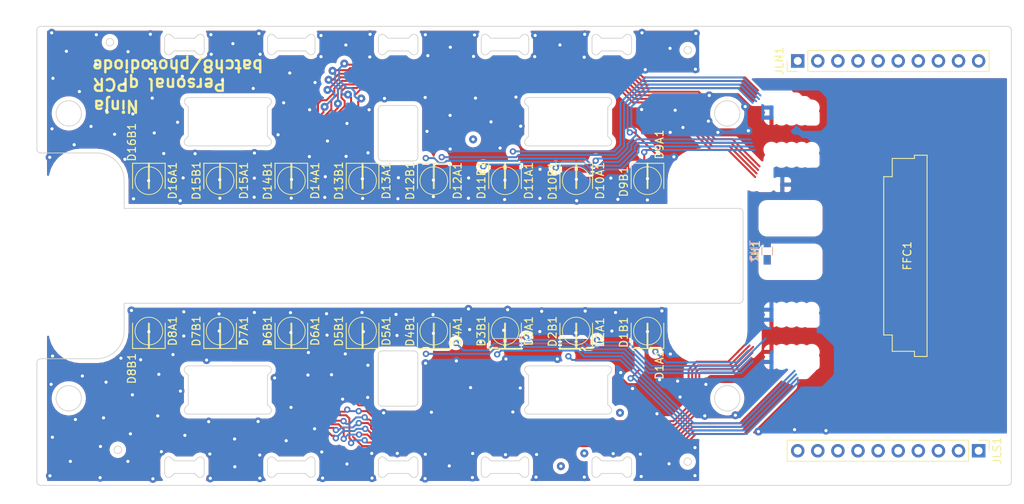
<source format=kicad_pcb>
(kicad_pcb (version 20171130) (host pcbnew "(5.1.6-0-10_14)")
  (layers (0 F.Cu signal) (31 B.Cu signal) (34 B.Paste user) (35 F.Paste user) (36 B.SilkS user) (37 F.SilkS user) (38 B.Mask user) (39 F.Mask user) (44 Edge.Cuts user))
  (net 0 "")
  (net 1 GNDA)
  (net 2 /S_PD_OUT1)
  (net 3 /S_PD_OUT2)
  (net 4 /S_PD_OUT3)
  (net 5 /S_PD_OUT4)
  (net 6 /S_PD_OUT5)
  (net 7 /S_PD_OUT6)
  (net 8 /S_PD_OUT7)
  (net 9 /S_PD_OUT8)
  (net 10 /S_PD_OUT9)
  (net 11 /S_PD_OUT10)
  (net 12 /S_PD_OUT11)
  (net 13 /S_PD_OUT12)
  (net 14 /S_PD_OUT13)
  (net 15 /S_PD_OUT14)
  (net 16 /S_PD_OUT15)
  (net 17 /S_PD_OUT16)
  (net 18 /N_PD_OUT1)
  (net 19 /N_PD_OUT2)
  (net 20 /N_PD_OUT3)
  (net 21 /N_PD_OUT4)
  (net 22 /N_PD_OUT5)
  (net 23 /N_PD_OUT6)
  (net 24 /N_PD_OUT7)
  (net 25 /N_PD_OUT8)
  (net 26 /N_PD_OUT9)
  (net 27 /N_PD_OUT10)
  (net 28 /N_PD_OUT11)
  (net 29 /N_PD_OUT12)
  (net 30 /N_PD_OUT13)
  (net 31 /N_PD_OUT14)
  (net 32 /N_PD_OUT15)
  (net 33 /N_PD_OUT16)
  (net 34 PD_MUX_GPIO1)
  (net 35 /GAIN_LARGE)
  (net 36 "Net-(C11-Pad1)")
  (net 37 "Net-(C13-Pad2)")
  (net 38 GNDL)
  (net 39 VCCL)
  (module Resistors_SMD:R_0603_HandSoldering (layer B.Cu) (at 177.05 99.4 90)
    (fp_text reference TH2 (at 0.01 -1.64 90) (layer B.SilkS) (effects (justify mirror)))
    (fp_text value Thermistor)
    (pad 1 smd rect (at -1.1 0 90) (size 1.2 0.9) (layers B.Cu B.Paste B.Mask))
    (pad 2 smd rect (at 1.1 0 90) (size 1.2 0.9) (layers B.Cu B.Paste B.Mask) (net 1 GNDA))
  )
  (module Resistors_SMD:R_0603_HandSoldering (layer F.Cu) (at 177.05 99.4 90)
    (fp_text reference TH1 (at 0 -1.45 90) (layer F.SilkS))
    (fp_text value Thermistor)
    (pad 2 smd rect (at 1.1 0 90) (size 1.2 0.9) (layers F.Cu F.Paste F.Mask) (net 1 GNDA))
    (pad 1 smd rect (at -1.1 0 90) (size 1.2 0.9) (layers F.Cu F.Paste F.Mask))
  )
  (module Diodes_SMD:D_1206 (layer F.Cu) (at 162.921211 109.501633 90)
    (fp_text reference D1A1 (at -4.258367 0.508789 270) (layer F.SilkS))
    (fp_text value D_Photo)
    (pad 1 smd rect (at -1.5 0 90) (size 1 1.6) (layers F.Cu F.Paste F.Mask))
    (pad 2 smd rect (at 1.5 0 90) (size 1 1.6) (layers F.Cu F.Paste F.Mask) (net 1 GNDA))
  )
  (module Diodes_SMD:D_1206 (layer F.Cu) (at 160.921211 109.501633 90)
    (fp_text reference D1B1 (at -0.168367 -2 270) (layer F.SilkS))
    (fp_text value D_Photo)
    (pad 2 smd rect (at 1.5 0 90) (size 1 1.6) (layers F.Cu F.Paste F.Mask) (net 1 GNDA))
    (pad 1 smd rect (at -1.5 0 90) (size 1 1.6) (layers F.Cu F.Paste F.Mask))
  )
  (module Diodes_SMD:D_1206 (layer F.Cu) (at 162.921211 90.502066 270)
    (fp_text reference D9A1 (at -4.572066 -0.508789 270) (layer F.SilkS))
    (fp_text value D_Photo)
    (pad 2 smd rect (at 1.5 0 270) (size 1 1.6) (layers F.Cu F.Paste F.Mask) (net 1 GNDA))
    (pad 1 smd rect (at -1.5 0 270) (size 1 1.6) (layers F.Cu F.Paste F.Mask))
  )
  (module Diodes_SMD:D_1206 (layer F.Cu) (at 160.921211 90.502066 270)
    (fp_text reference D9B1 (at 0.107934 2 270) (layer F.SilkS))
    (fp_text value D_Photo)
    (pad 1 smd rect (at -1.5 0 270) (size 1 1.6) (layers F.Cu F.Paste F.Mask))
    (pad 2 smd rect (at 1.5 0 270) (size 1 1.6) (layers F.Cu F.Paste F.Mask) (net 1 GNDA))
  )
  (module Diodes_SMD:D_1206 (layer F.Cu) (at 153.921211 90.502066 270)
    (fp_text reference D10A1 (at 0 -2 90) (layer F.SilkS))
    (fp_text value D_Photo)
    (pad 2 smd rect (at 1.5 0 270) (size 1 1.6) (layers F.Cu F.Paste F.Mask) (net 1 GNDA))
    (pad 1 smd rect (at -1.5 0 270) (size 1 1.6) (layers F.Cu F.Paste F.Mask))
  )
  (module Diodes_SMD:D_1206 (layer F.Cu) (at 151.921211 90.502066 270)
    (fp_text reference D10B1 (at 0 2 90) (layer F.SilkS))
    (fp_text value D_Photo)
    (pad 1 smd rect (at -1.5 0 270) (size 1 1.6) (layers F.Cu F.Paste F.Mask))
    (pad 2 smd rect (at 1.5 0 270) (size 1 1.6) (layers F.Cu F.Paste F.Mask) (net 1 GNDA))
  )
  (module Diodes_SMD:D_1206 (layer F.Cu) (at 144.921211 90.502066 270)
    (fp_text reference D11A1 (at 0 -2 90) (layer F.SilkS))
    (fp_text value D_Photo)
    (pad 2 smd rect (at 1.5 0 270) (size 1 1.6) (layers F.Cu F.Paste F.Mask) (net 1 GNDA))
    (pad 1 smd rect (at -1.5 0 270) (size 1 1.6) (layers F.Cu F.Paste F.Mask))
  )
  (module Diodes_SMD:D_1206 (layer F.Cu) (at 142.921211 90.502066 270)
    (fp_text reference D11B1 (at -0.082066 2 90) (layer F.SilkS))
    (fp_text value D_Photo)
    (pad 1 smd rect (at -1.5 0 270) (size 1 1.6) (layers F.Cu F.Paste F.Mask))
    (pad 2 smd rect (at 1.5 0 270) (size 1 1.6) (layers F.Cu F.Paste F.Mask) (net 1 GNDA))
  )
  (module Diodes_SMD:D_1206 (layer F.Cu) (at 135.921211 90.502066 270)
    (fp_text reference D12A1 (at 0 -2 90) (layer F.SilkS))
    (fp_text value D_Photo)
    (pad 2 smd rect (at 1.5 0 270) (size 1 1.6) (layers F.Cu F.Paste F.Mask) (net 1 GNDA))
    (pad 1 smd rect (at -1.5 0 270) (size 1 1.6) (layers F.Cu F.Paste F.Mask))
  )
  (module Diodes_SMD:D_1206 (layer F.Cu) (at 133.921211 90.502066 270)
    (fp_text reference D12B1 (at 0 2 90) (layer F.SilkS))
    (fp_text value D_Photo)
    (pad 1 smd rect (at -1.5 0 270) (size 1 1.6) (layers F.Cu F.Paste F.Mask))
    (pad 2 smd rect (at 1.5 0 270) (size 1 1.6) (layers F.Cu F.Paste F.Mask) (net 1 GNDA))
  )
  (module Diodes_SMD:D_1206 (layer F.Cu) (at 126.921211 90.502066 270)
    (fp_text reference D13A1 (at 0 -2 90) (layer F.SilkS))
    (fp_text value D_Photo)
    (pad 1 smd rect (at -1.5 0 270) (size 1 1.6) (layers F.Cu F.Paste F.Mask))
    (pad 2 smd rect (at 1.5 0 270) (size 1 1.6) (layers F.Cu F.Paste F.Mask) (net 1 GNDA))
  )
  (module Diodes_SMD:D_1206 (layer F.Cu) (at 124.921211 90.502066 270)
    (fp_text reference D13B1 (at 0 2 90) (layer F.SilkS))
    (fp_text value D_Photo)
    (pad 2 smd rect (at 1.5 0 270) (size 1 1.6) (layers F.Cu F.Paste F.Mask) (net 1 GNDA))
    (pad 1 smd rect (at -1.5 0 270) (size 1 1.6) (layers F.Cu F.Paste F.Mask))
  )
  (module Diodes_SMD:D_1206 (layer F.Cu) (at 117.921211 90.502066 270)
    (fp_text reference D14A1 (at 0 -2 90) (layer F.SilkS))
    (fp_text value D_Photo)
    (pad 1 smd rect (at -1.5 0 270) (size 1 1.6) (layers F.Cu F.Paste F.Mask))
    (pad 2 smd rect (at 1.5 0 270) (size 1 1.6) (layers F.Cu F.Paste F.Mask) (net 1 GNDA))
  )
  (module Diodes_SMD:D_1206 (layer F.Cu) (at 115.921211 90.502066 270)
    (fp_text reference D14B1 (at 0 2 90) (layer F.SilkS))
    (fp_text value D_Photo)
    (pad 2 smd rect (at 1.5 0 270) (size 1 1.6) (layers F.Cu F.Paste F.Mask) (net 1 GNDA))
    (pad 1 smd rect (at -1.5 0 270) (size 1 1.6) (layers F.Cu F.Paste F.Mask))
  )
  (module Diodes_SMD:D_1206 (layer F.Cu) (at 108.921211 90.502066 270)
    (fp_text reference D15A1 (at 0 -2 90) (layer F.SilkS))
    (fp_text value D_Photo)
    (pad 1 smd rect (at -1.5 0 270) (size 1 1.6) (layers F.Cu F.Paste F.Mask))
    (pad 2 smd rect (at 1.5 0 270) (size 1 1.6) (layers F.Cu F.Paste F.Mask) (net 1 GNDA))
  )
  (module Diodes_SMD:D_1206 (layer F.Cu) (at 106.921211 90.502066 270)
    (fp_text reference D15B1 (at 0 2 90) (layer F.SilkS))
    (fp_text value D_Photo)
    (pad 2 smd rect (at 1.5 0 270) (size 1 1.6) (layers F.Cu F.Paste F.Mask) (net 1 GNDA))
    (pad 1 smd rect (at -1.5 0 270) (size 1 1.6) (layers F.Cu F.Paste F.Mask))
  )
  (module Diodes_SMD:D_1206 (layer F.Cu) (at 99.921211 90.502066 270)
    (fp_text reference D16A1 (at 0 -2 90) (layer F.SilkS))
    (fp_text value D_Photo)
    (pad 1 smd rect (at -1.5 0 270) (size 1 1.6) (layers F.Cu F.Paste F.Mask))
    (pad 2 smd rect (at 1.5 0 270) (size 1 1.6) (layers F.Cu F.Paste F.Mask) (net 1 GNDA))
  )
  (module Diodes_SMD:D_1206 (layer F.Cu) (at 97.921211 90.502066 270)
    (fp_text reference D16B1 (at -4.862066 1.161211 90) (layer F.SilkS))
    (fp_text value D_Photo)
    (pad 2 smd rect (at 1.5 0 270) (size 1 1.6) (layers F.Cu F.Paste F.Mask) (net 1 GNDA))
    (pad 1 smd rect (at -1.5 0 270) (size 1 1.6) (layers F.Cu F.Paste F.Mask))
  )
  (module Diodes_SMD:D_1206 (layer F.Cu) (at 153.921211 109.501633 90)
    (fp_text reference D2A1 (at -0.168367 2 90) (layer F.SilkS))
    (fp_text value D_Photo)
    (pad 1 smd rect (at -1.5 0 90) (size 1 1.6) (layers F.Cu F.Paste F.Mask))
    (pad 2 smd rect (at 1.5 0 90) (size 1 1.6) (layers F.Cu F.Paste F.Mask) (net 1 GNDA))
  )
  (module Diodes_SMD:D_1206 (layer F.Cu) (at 151.921211 109.501633 90)
    (fp_text reference D2B1 (at -0.058367 -2 90) (layer F.SilkS))
    (fp_text value D_Photo)
    (pad 2 smd rect (at 1.5 0 90) (size 1 1.6) (layers F.Cu F.Paste F.Mask) (net 1 GNDA))
    (pad 1 smd rect (at -1.5 0 90) (size 1 1.6) (layers F.Cu F.Paste F.Mask))
  )
  (module Diodes_SMD:D_1206 (layer F.Cu) (at 144.921211 109.501633 90)
    (fp_text reference D3A1 (at 0 2 90) (layer F.SilkS))
    (fp_text value D_Photo)
    (pad 1 smd rect (at -1.5 0 90) (size 1 1.6) (layers F.Cu F.Paste F.Mask))
    (pad 2 smd rect (at 1.5 0 90) (size 1 1.6) (layers F.Cu F.Paste F.Mask) (net 1 GNDA))
  )
  (module Diodes_SMD:D_1206 (layer F.Cu) (at 142.921211 109.501633 90)
    (fp_text reference D3B1 (at 0 -2 90) (layer F.SilkS))
    (fp_text value D_Photo)
    (pad 2 smd rect (at 1.5 0 90) (size 1 1.6) (layers F.Cu F.Paste F.Mask) (net 1 GNDA))
    (pad 1 smd rect (at -1.5 0 90) (size 1 1.6) (layers F.Cu F.Paste F.Mask))
  )
  (module Diodes_SMD:D_1206 (layer F.Cu) (at 135.921211 109.501633 90)
    (fp_text reference D4A1 (at 0 2 90) (layer F.SilkS))
    (fp_text value D_Photo)
    (pad 1 smd rect (at -1.5 0 90) (size 1 1.6) (layers F.Cu F.Paste F.Mask))
    (pad 2 smd rect (at 1.5 0 90) (size 1 1.6) (layers F.Cu F.Paste F.Mask) (net 1 GNDA))
  )
  (module Diodes_SMD:D_1206 (layer F.Cu) (at 133.921211 109.501633 90)
    (fp_text reference D4B1 (at 0 -2 90) (layer F.SilkS))
    (fp_text value D_Photo)
    (pad 2 smd rect (at 1.5 0 90) (size 1 1.6) (layers F.Cu F.Paste F.Mask) (net 1 GNDA))
    (pad 1 smd rect (at -1.5 0 90) (size 1 1.6) (layers F.Cu F.Paste F.Mask))
  )
  (module Diodes_SMD:D_1206 (layer F.Cu) (at 126.921211 109.501633 90)
    (fp_text reference D5A1 (at 0 2 90) (layer F.SilkS))
    (fp_text value D_Photo)
    (pad 2 smd rect (at 1.5 0 90) (size 1 1.6) (layers F.Cu F.Paste F.Mask) (net 1 GNDA))
    (pad 1 smd rect (at -1.5 0 90) (size 1 1.6) (layers F.Cu F.Paste F.Mask))
  )
  (module Diodes_SMD:D_1206 (layer F.Cu) (at 124.921211 109.501633 90)
    (fp_text reference D5B1 (at 0 -2 90) (layer F.SilkS))
    (fp_text value D_Photo)
    (pad 1 smd rect (at -1.5 0 90) (size 1 1.6) (layers F.Cu F.Paste F.Mask))
    (pad 2 smd rect (at 1.5 0 90) (size 1 1.6) (layers F.Cu F.Paste F.Mask) (net 1 GNDA))
  )
  (module Diodes_SMD:D_1206 (layer F.Cu) (at 117.921211 109.501633 90)
    (fp_text reference D6A1 (at 0 2 90) (layer F.SilkS))
    (fp_text value D_Photo)
    (pad 2 smd rect (at 1.5 0 90) (size 1 1.6) (layers F.Cu F.Paste F.Mask) (net 1 GNDA))
    (pad 1 smd rect (at -1.5 0 90) (size 1 1.6) (layers F.Cu F.Paste F.Mask))
  )
  (module Diodes_SMD:D_1206 (layer F.Cu) (at 115.921211 109.501633 90)
    (fp_text reference D6B1 (at 0 -2 90) (layer F.SilkS))
    (fp_text value D_Photo)
    (pad 1 smd rect (at -1.5 0 90) (size 1 1.6) (layers F.Cu F.Paste F.Mask))
    (pad 2 smd rect (at 1.5 0 90) (size 1 1.6) (layers F.Cu F.Paste F.Mask) (net 1 GNDA))
  )
  (module Diodes_SMD:D_1206 (layer F.Cu) (at 108.921211 109.501633 90)
    (fp_text reference D7A1 (at 0 2 90) (layer F.SilkS))
    (fp_text value D_Photo)
    (pad 2 smd rect (at 1.5 0 90) (size 1 1.6) (layers F.Cu F.Paste F.Mask) (net 1 GNDA))
    (pad 1 smd rect (at -1.5 0 90) (size 1 1.6) (layers F.Cu F.Paste F.Mask))
  )
  (module Diodes_SMD:D_1206 (layer F.Cu) (at 106.921211 109.501633 90)
    (fp_text reference D7B1 (at 0 -2 90) (layer F.SilkS))
    (fp_text value D_Photo)
    (pad 1 smd rect (at -1.5 0 90) (size 1 1.6) (layers F.Cu F.Paste F.Mask))
    (pad 2 smd rect (at 1.5 0 90) (size 1 1.6) (layers F.Cu F.Paste F.Mask) (net 1 GNDA))
  )
  (module Diodes_SMD:D_1206 (layer F.Cu) (at 99.921211 109.501633 90)
    (fp_text reference D8A1 (at 0 2 90) (layer F.SilkS))
    (fp_text value D_Photo)
    (pad 2 smd rect (at 1.5 0 90) (size 1 1.6) (layers F.Cu F.Paste F.Mask) (net 1 GNDA))
    (pad 1 smd rect (at -1.5 0 90) (size 1 1.6) (layers F.Cu F.Paste F.Mask))
  )
  (module Diodes_SMD:D_1206 (layer F.Cu) (at 97.921211 109.501633 90)
    (fp_text reference D8B1 (at -4.738367 -1.161211 90) (layer F.SilkS))
    (fp_text value D_Photo)
    (pad 1 smd rect (at -1.5 0 90) (size 1 1.6) (layers F.Cu F.Paste F.Mask))
    (pad 2 smd rect (at 1.5 0 90) (size 1 1.6) (layers F.Cu F.Paste F.Mask) (net 1 GNDA))
  )
  (module Ninja-qPCR:FFC_40_4-1734839-0 (layer F.Cu) (at 192.5 109.75 90)
    (fp_text reference FFC1 (at 9.75 2.25 90) (layer F.SilkS))
    (fp_text value FFC_40_4-1734839-0 hide)
    (pad 1 smd rect (at 0 0 90) (size 0.3 1.1) (layers F.Cu F.Paste F.Mask))
    (pad 2 smd rect (at 0.5 0 90) (size 0.3 1.1) (layers F.Cu F.Paste F.Mask))
    (pad 3 smd rect (at 1 0 90) (size 0.3 1.1) (layers F.Cu F.Paste F.Mask))
    (pad 4 smd rect (at 1.5 0 90) (size 0.3 1.1) (layers F.Cu F.Paste F.Mask))
    (pad 5 smd rect (at 2 0 90) (size 0.3 1.1) (layers F.Cu F.Paste F.Mask))
    (pad 6 smd rect (at 2.5 0 90) (size 0.3 1.1) (layers F.Cu F.Paste F.Mask))
    (pad 7 smd rect (at 3 0 90) (size 0.3 1.1) (layers F.Cu F.Paste F.Mask))
    (pad 8 smd rect (at 3.5 0 90) (size 0.3 1.1) (layers F.Cu F.Paste F.Mask))
    (pad 9 smd rect (at 4 0 90) (size 0.3 1.1) (layers F.Cu F.Paste F.Mask))
    (pad 10 smd rect (at 4.5 0 90) (size 0.3 1.1) (layers F.Cu F.Paste F.Mask))
    (pad 11 smd rect (at 5 0 90) (size 0.3 1.1) (layers F.Cu F.Paste F.Mask))
    (pad 12 smd rect (at 5.5 0 90) (size 0.3 1.1) (layers F.Cu F.Paste F.Mask))
    (pad 13 smd rect (at 6 0 90) (size 0.3 1.1) (layers F.Cu F.Paste F.Mask))
    (pad 14 smd rect (at 6.5 0 90) (size 0.3 1.1) (layers F.Cu F.Paste F.Mask))
    (pad 15 smd rect (at 7 0 90) (size 0.3 1.1) (layers F.Cu F.Paste F.Mask))
    (pad 16 smd rect (at 7.5 0 90) (size 0.3 1.1) (layers F.Cu F.Paste F.Mask))
    (pad 17 smd rect (at 8 0 90) (size 0.3 1.1) (layers F.Cu F.Paste F.Mask))
    (pad 18 smd rect (at 8.5 0 90) (size 0.3 1.1) (layers F.Cu F.Paste F.Mask))
    (pad 19 smd rect (at 9 0 90) (size 0.3 1.1) (layers F.Cu F.Paste F.Mask))
    (pad 20 smd rect (at 9.5 0 90) (size 0.3 1.1) (layers F.Cu F.Paste F.Mask))
    (pad 21 smd rect (at 10 0 90) (size 0.3 1.1) (layers F.Cu F.Paste F.Mask))
    (pad 22 smd rect (at 10.5 0 90) (size 0.3 1.1) (layers F.Cu F.Paste F.Mask))
    (pad 23 smd rect (at 11 0 90) (size 0.3 1.1) (layers F.Cu F.Paste F.Mask))
    (pad 24 smd rect (at 11.5 0 90) (size 0.3 1.1) (layers F.Cu F.Paste F.Mask))
    (pad 25 smd rect (at 12 0 90) (size 0.3 1.1) (layers F.Cu F.Paste F.Mask))
    (pad 26 smd rect (at 12.5 0 90) (size 0.3 1.1) (layers F.Cu F.Paste F.Mask))
    (pad 27 smd rect (at 13 0 90) (size 0.3 1.1) (layers F.Cu F.Paste F.Mask))
    (pad 28 smd rect (at 13.5 0 90) (size 0.3 1.1) (layers F.Cu F.Paste F.Mask))
    (pad 29 smd rect (at 14 0 90) (size 0.3 1.1) (layers F.Cu F.Paste F.Mask))
    (pad 30 smd rect (at 14.5 0 90) (size 0.3 1.1) (layers F.Cu F.Paste F.Mask))
    (pad 31 smd rect (at 15 0 90) (size 0.3 1.1) (layers F.Cu F.Paste F.Mask))
    (pad 32 smd rect (at 15.5 0 90) (size 0.3 1.1) (layers F.Cu F.Paste F.Mask))
    (pad 33 smd rect (at 16 0 90) (size 0.3 1.1) (layers F.Cu F.Paste F.Mask))
    (pad 34 smd rect (at 16.5 0 90) (size 0.3 1.1) (layers F.Cu F.Paste F.Mask))
    (pad 35 smd rect (at 17 0 90) (size 0.3 1.1) (layers F.Cu F.Paste F.Mask))
    (pad 36 smd rect (at 17.5 0 90) (size 0.3 1.1) (layers F.Cu F.Paste F.Mask))
    (pad 37 smd rect (at 18 0 90) (size 0.3 1.1) (layers F.Cu F.Paste F.Mask))
    (pad 38 smd rect (at 18.5 0 90) (size 0.3 1.1) (layers F.Cu F.Paste F.Mask))
    (pad 39 smd rect (at 19 0 90) (size 0.3 1.1) (layers F.Cu F.Paste F.Mask))
    (pad 40 smd rect (at 19.5 0 90) (size 0.3 1.1) (layers F.Cu F.Paste F.Mask))
    (pad G1 smd rect (at -1.67 1.7 90) (size 2.3 3.1) (layers F.Cu F.Paste F.Mask))
    (pad G2 smd rect (at 21.17 1.7 90) (size 2.3 3.1) (layers F.Cu F.Paste F.Mask))
  )
  (module Pin_Headers:Pin_Header_Straight_1x10_Pitch2.54mm (layer F.Cu) (at 180.905 75.372 90)
    (fp_text reference JLN1 (at 0 -2.33 90) (layer F.SilkS))
    (fp_text value Conn_01x10_Male)
    (pad 1 thru_hole rect (at 0 0 90) (size 1.7 1.7) (drill 1) (layers *.Cu *.Mask) (net 38 GNDL))
    (pad 2 thru_hole oval (at 0 2.54 90) (size 1.7 1.7) (drill 1) (layers *.Cu *.Mask) (net 39 VCCL))
    (pad 3 thru_hole oval (at 0 5.08 90) (size 1.7 1.7) (drill 1) (layers *.Cu *.Mask))
    (pad 4 thru_hole oval (at 0 7.62 90) (size 1.7 1.7) (drill 1) (layers *.Cu *.Mask))
    (pad 5 thru_hole oval (at 0 10.16 90) (size 1.7 1.7) (drill 1) (layers *.Cu *.Mask))
    (pad 6 thru_hole oval (at 0 12.7 90) (size 1.7 1.7) (drill 1) (layers *.Cu *.Mask))
    (pad 7 thru_hole oval (at 0 15.24 90) (size 1.7 1.7) (drill 1) (layers *.Cu *.Mask))
    (pad 8 thru_hole oval (at 0 17.78 90) (size 1.7 1.7) (drill 1) (layers *.Cu *.Mask))
    (pad 9 thru_hole oval (at 0 20.32 90) (size 1.7 1.7) (drill 1) (layers *.Cu *.Mask))
    (pad 10 thru_hole oval (at 0 22.86 90) (size 1.7 1.7) (drill 1) (layers *.Cu *.Mask))
  )
  (module Pin_Headers:Pin_Header_Straight_1x10_Pitch2.54mm (layer F.Cu) (at 203.765 124.628 270)
    (fp_text reference JLS1 (at 0 -2.33 90) (layer F.SilkS))
    (fp_text value Conn_01x10_Male)
    (pad 10 thru_hole oval (at 0 22.86 270) (size 1.7 1.7) (drill 1) (layers *.Cu *.Mask))
    (pad 9 thru_hole oval (at 0 20.32 270) (size 1.7 1.7) (drill 1) (layers *.Cu *.Mask))
    (pad 8 thru_hole oval (at 0 17.78 270) (size 1.7 1.7) (drill 1) (layers *.Cu *.Mask))
    (pad 7 thru_hole oval (at 0 15.24 270) (size 1.7 1.7) (drill 1) (layers *.Cu *.Mask))
    (pad 6 thru_hole oval (at 0 12.7 270) (size 1.7 1.7) (drill 1) (layers *.Cu *.Mask))
    (pad 5 thru_hole oval (at 0 10.16 270) (size 1.7 1.7) (drill 1) (layers *.Cu *.Mask))
    (pad 4 thru_hole oval (at 0 7.62 270) (size 1.7 1.7) (drill 1) (layers *.Cu *.Mask))
    (pad 3 thru_hole oval (at 0 5.08 270) (size 1.7 1.7) (drill 1) (layers *.Cu *.Mask) (net 39 VCCL))
    (pad 2 thru_hole oval (at 0 2.54 270) (size 1.7 1.7) (drill 1) (layers *.Cu *.Mask) (net 38 GNDL))
    (pad 1 thru_hole rect (at 0 0 270) (size 1.7 1.7) (drill 1) (layers *.Cu *.Mask))
  )
  (gr_arc (start 173.5 105.5) (end 173.5 106) (angle -90) (layer Edge.Cuts) (width 0.1))
  (gr_arc (start 173.5 94.5) (end 174 94.5) (angle -90) (layer Edge.Cuts) (width 0.1))
  (gr_line (start 84.764 71.5) (end 84.764 86.5) (layer Edge.Cuts) (width 0.1))
  (gr_arc (start 85.264 113.5) (end 85.264 113) (angle -90) (layer Edge.Cuts) (width 0.1))
  (gr_arc (start 85.264 86.5) (end 84.764 86.5) (angle -90) (layer Edge.Cuts) (width 0.1))
  (gr_circle (center 95 124.5) (end 94.525 124.5) (layer Edge.Cuts) (width 0.1))
  (gr_circle (center 167 126) (end 166.525 126) (layer Edge.Cuts) (width 0.1))
  (gr_circle (center 167 74) (end 166.525 74) (layer Edge.Cuts) (width 0.1))
  (gr_circle (center 94 73) (end 93.525 73) (layer Edge.Cuts) (width 0.1))
  (gr_text batch8/photodiode (at 102.56 75.98 180) (layer F.SilkS) (effects (font (size 1.5 1.5) (thickness 0.3))))
  (gr_text "Personal qPCR" (at 100.22 78.32 180) (layer F.SilkS) (effects (font (size 1.5 1.5) (thickness 0.3))))
  (gr_text Ninja (at 94.78 81.1 180) (layer F.SilkS) (effects (font (size 1.5 1.5) (thickness 0.3))))
  (gr_line (start 127.9 87.5) (end 127.9 81.5) (layer Edge.Cuts) (width 0.1))
  (gr_line (start 132.9 87.5) (end 132.9 81.5) (layer Edge.Cuts) (width 0.1))
  (gr_line (start 128.4 81) (end 132.4 81) (layer Edge.Cuts) (width 0.1))
  (gr_arc (start 132.4 81.5) (end 132.9 81.5) (angle -90) (layer Edge.Cuts) (width 0.1))
  (gr_arc (start 128.4 81.5) (end 128.4 81) (angle -90) (layer Edge.Cuts) (width 0.1))
  (gr_line (start 132.4 88) (end 128.4 88) (layer Edge.Cuts) (width 0.1))
  (gr_arc (start 128.4 87.5) (end 127.9 87.5) (angle -90) (layer Edge.Cuts) (width 0.1))
  (gr_arc (start 132.4 87.5) (end 132.4 88) (angle -90) (layer Edge.Cuts) (width 0.1))
  (gr_line (start 132.9 118.5) (end 132.9 112.5) (layer Edge.Cuts) (width 0.1))
  (gr_line (start 127.9 118.5) (end 127.9 112.5) (layer Edge.Cuts) (width 0.1))
  (gr_line (start 132.4 119) (end 128.4 119) (layer Edge.Cuts) (width 0.1))
  (gr_arc (start 128.4 118.5) (end 127.9 118.5) (angle -90) (layer Edge.Cuts) (width 0.1))
  (gr_arc (start 132.4 118.5) (end 132.4 119) (angle -90) (layer Edge.Cuts) (width 0.1))
  (gr_arc (start 132.4 112.5) (end 132.9 112.5) (angle -90) (layer Edge.Cuts) (width 0.1))
  (gr_arc (start 128.4 112.5) (end 128.4 112) (angle -90) (layer Edge.Cuts) (width 0.1))
  (gr_line (start 128.4 112) (end 132.4 112) (layer Edge.Cuts) (width 0.1))
  (gr_line (start 146.89905 119.998251) (end 156.89905 119.998251) (layer Edge.Cuts) (width 0.1))
  (gr_line (start 156.89905 113.898251) (end 146.89905 113.898251) (layer Edge.Cuts) (width 0.1))
  (gr_arc (start 207.399 128.5) (end 207.399 129) (angle -90) (layer Edge.Cuts) (width 0.1))
  (gr_line (start 113.89905 113.898251) (end 103.89905 113.898251) (layer Edge.Cuts) (width 0.1))
  (gr_arc (start 113.89905 114.398251) (end 114.252604 114.751805) (angle -135) (layer Edge.Cuts) (width 0.1))
  (gr_line (start 113.89905 115.105358) (end 114.252604 114.751805) (layer Edge.Cuts) (width 0.1))
  (gr_line (start 113.89905 118.791145) (end 113.89905 115.105358) (layer Edge.Cuts) (width 0.1))
  (gr_line (start 114.252604 119.144698) (end 113.89905 118.791145) (layer Edge.Cuts) (width 0.1))
  (gr_arc (start 113.89905 119.498251) (end 113.89905 119.998251) (angle -135) (layer Edge.Cuts) (width 0.1))
  (gr_arc (start 132.41405 127.498251) (end 132.060497 127.851805) (angle -135) (layer Edge.Cuts) (width 0.1))
  (gr_line (start 131.706944 127.498251) (end 132.060497 127.851805) (layer Edge.Cuts) (width 0.1))
  (gr_arc (start 101.41405 125.898251) (end 101.767604 125.544698) (angle -135) (layer Edge.Cuts) (width 0.1))
  (gr_arc (start 101.41405 127.498251) (end 100.91405 127.498251) (angle -135) (layer Edge.Cuts) (width 0.1))
  (gr_line (start 101.767604 127.851805) (end 102.121157 127.498251) (layer Edge.Cuts) (width 0.1))
  (gr_line (start 102.121157 125.898251) (end 101.767604 125.544698) (layer Edge.Cuts) (width 0.1))
  (gr_arc (start 141.41405 127.498251) (end 140.91405 127.498251) (angle -135) (layer Edge.Cuts) (width 0.1))
  (gr_line (start 140.91405 125.898251) (end 140.91405 127.498251) (layer Edge.Cuts) (width 0.1))
  (gr_line (start 102.121157 127.498251) (end 104.706944 127.498251) (layer Edge.Cuts) (width 0.1))
  (gr_line (start 156.121157 125.898251) (end 155.767604 125.544698) (layer Edge.Cuts) (width 0.1))
  (gr_line (start 158.706944 125.898251) (end 156.121157 125.898251) (layer Edge.Cuts) (width 0.1))
  (gr_line (start 159.060497 125.544698) (end 158.706944 125.898251) (layer Edge.Cuts) (width 0.1))
  (gr_arc (start 105.41405 127.498251) (end 105.060497 127.851805) (angle -135) (layer Edge.Cuts) (width 0.1))
  (gr_line (start 104.706944 127.498251) (end 105.060497 127.851805) (layer Edge.Cuts) (width 0.1))
  (gr_line (start 100.91405 125.898251) (end 100.91405 127.498251) (layer Edge.Cuts) (width 0.1))
  (gr_arc (start 155.41405 127.498251) (end 154.91405 127.498251) (angle -135) (layer Edge.Cuts) (width 0.1))
  (gr_line (start 154.91405 125.898251) (end 154.91405 127.498251) (layer Edge.Cuts) (width 0.1))
  (gr_arc (start 155.41405 125.898251) (end 155.767604 125.544698) (angle -135) (layer Edge.Cuts) (width 0.1))
  (gr_line (start 142.121157 127.498251) (end 145.706944 127.498251) (layer Edge.Cuts) (width 0.1))
  (gr_line (start 141.767604 127.851805) (end 142.121157 127.498251) (layer Edge.Cuts) (width 0.1))
  (gr_arc (start 103.89905 119.498251) (end 103.545497 119.144698) (angle -135) (layer Edge.Cuts) (width 0.1))
  (gr_line (start 103.89905 118.791145) (end 103.545497 119.144698) (layer Edge.Cuts) (width 0.1))
  (gr_line (start 145.706944 125.898251) (end 142.121157 125.898251) (layer Edge.Cuts) (width 0.1))
  (gr_line (start 146.060497 125.544698) (end 145.706944 125.898251) (layer Edge.Cuts) (width 0.1))
  (gr_line (start 158.706944 127.498251) (end 159.060497 127.851805) (layer Edge.Cuts) (width 0.1))
  (gr_line (start 156.121157 127.498251) (end 158.706944 127.498251) (layer Edge.Cuts) (width 0.1))
  (gr_line (start 155.767604 127.851805) (end 156.121157 127.498251) (layer Edge.Cuts) (width 0.1))
  (gr_line (start 146.545497 114.751805) (end 146.89905 115.105358) (layer Edge.Cuts) (width 0.1))
  (gr_arc (start 146.89905 114.398251) (end 146.89905 113.898251) (angle -135) (layer Edge.Cuts) (width 0.1))
  (gr_arc (start 119.41405 125.898251) (end 119.91405 125.898251) (angle -135) (layer Edge.Cuts) (width 0.1))
  (gr_arc (start 159.41405 127.498251) (end 159.060497 127.851805) (angle -135) (layer Edge.Cuts) (width 0.1))
  (gr_line (start 103.89905 115.105358) (end 103.89905 118.791145) (layer Edge.Cuts) (width 0.1))
  (gr_line (start 103.545497 114.751805) (end 103.89905 115.105358) (layer Edge.Cuts) (width 0.1))
  (gr_arc (start 103.89905 114.398251) (end 103.89905 113.898251) (angle -135) (layer Edge.Cuts) (width 0.1))
  (gr_arc (start 105.41405 125.898251) (end 105.91405 125.898251) (angle -135) (layer Edge.Cuts) (width 0.1))
  (gr_arc (start 146.89905 119.498251) (end 146.545497 119.144698) (angle -135) (layer Edge.Cuts) (width 0.1))
  (gr_line (start 146.89905 118.791145) (end 146.545497 119.144698) (layer Edge.Cuts) (width 0.1))
  (gr_line (start 146.89905 115.105358) (end 146.89905 118.791145) (layer Edge.Cuts) (width 0.1))
  (gr_line (start 105.91405 127.498251) (end 105.91405 125.898251) (layer Edge.Cuts) (width 0.1))
  (gr_arc (start 159.41405 125.898251) (end 159.91405 125.898251) (angle -135) (layer Edge.Cuts) (width 0.1))
  (gr_line (start 159.91405 127.498251) (end 159.91405 125.898251) (layer Edge.Cuts) (width 0.1))
  (gr_arc (start 114.41405 127.498251) (end 113.91405 127.498251) (angle -135) (layer Edge.Cuts) (width 0.1))
  (gr_arc (start 114.41405 125.898251) (end 114.767604 125.544698) (angle -135) (layer Edge.Cuts) (width 0.1))
  (gr_line (start 114.767604 127.851805) (end 115.121157 127.498251) (layer Edge.Cuts) (width 0.1))
  (gr_line (start 105.060497 125.544698) (end 104.706944 125.898251) (layer Edge.Cuts) (width 0.1))
  (gr_arc (start 128.41405 125.898251) (end 128.767604 125.544698) (angle -135) (layer Edge.Cuts) (width 0.1))
  (gr_line (start 129.121157 125.898251) (end 128.767604 125.544698) (layer Edge.Cuts) (width 0.1))
  (gr_line (start 131.706944 125.898251) (end 129.121157 125.898251) (layer Edge.Cuts) (width 0.1))
  (gr_line (start 132.060497 125.544698) (end 131.706944 125.898251) (layer Edge.Cuts) (width 0.1))
  (gr_arc (start 146.41405 125.898251) (end 146.91405 125.898251) (angle -135) (layer Edge.Cuts) (width 0.1))
  (gr_line (start 146.91405 127.498251) (end 146.91405 125.898251) (layer Edge.Cuts) (width 0.1))
  (gr_line (start 119.91405 127.498251) (end 119.91405 125.898251) (layer Edge.Cuts) (width 0.1))
  (gr_line (start 129.121157 127.498251) (end 131.706944 127.498251) (layer Edge.Cuts) (width 0.1))
  (gr_line (start 128.767604 127.851805) (end 129.121157 127.498251) (layer Edge.Cuts) (width 0.1))
  (gr_arc (start 146.41405 127.498251) (end 146.060497 127.851805) (angle -135) (layer Edge.Cuts) (width 0.1))
  (gr_line (start 145.706944 127.498251) (end 146.060497 127.851805) (layer Edge.Cuts) (width 0.1))
  (gr_arc (start 132.41405 125.898251) (end 132.91405 125.898251) (angle -135) (layer Edge.Cuts) (width 0.1))
  (gr_line (start 132.91405 127.498251) (end 132.91405 125.898251) (layer Edge.Cuts) (width 0.1))
  (gr_line (start 104.706944 125.898251) (end 102.121157 125.898251) (layer Edge.Cuts) (width 0.1))
  (gr_line (start 119.060497 125.544698) (end 118.706944 125.898251) (layer Edge.Cuts) (width 0.1))
  (gr_line (start 115.121157 125.898251) (end 114.767604 125.544698) (layer Edge.Cuts) (width 0.1))
  (gr_line (start 115.121157 127.498251) (end 118.706944 127.498251) (layer Edge.Cuts) (width 0.1))
  (gr_line (start 118.706944 125.898251) (end 115.121157 125.898251) (layer Edge.Cuts) (width 0.1))
  (gr_line (start 113.91405 125.898251) (end 113.91405 127.498251) (layer Edge.Cuts) (width 0.1))
  (gr_arc (start 141.41405 125.898251) (end 141.767604 125.544698) (angle -135) (layer Edge.Cuts) (width 0.1))
  (gr_line (start 142.121157 125.898251) (end 141.767604 125.544698) (layer Edge.Cuts) (width 0.1))
  (gr_line (start 118.706944 127.498251) (end 119.060497 127.851805) (layer Edge.Cuts) (width 0.1))
  (gr_line (start 157.252604 119.144698) (end 156.89905 118.791145) (layer Edge.Cuts) (width 0.1))
  (gr_arc (start 156.89905 119.498251) (end 156.89905 119.998251) (angle -135) (layer Edge.Cuts) (width 0.1))
  (gr_arc (start 128.41405 127.498251) (end 127.91405 127.498251) (angle -135) (layer Edge.Cuts) (width 0.1))
  (gr_line (start 127.91405 125.898251) (end 127.91405 127.498251) (layer Edge.Cuts) (width 0.1))
  (gr_arc (start 119.41405 127.498251) (end 119.060497 127.851805) (angle -135) (layer Edge.Cuts) (width 0.1))
  (gr_line (start 103.89905 119.998251) (end 113.89905 119.998251) (layer Edge.Cuts) (width 0.1))
  (gr_arc (start 156.89905 114.398251) (end 157.252604 114.751805) (angle -135) (layer Edge.Cuts) (width 0.1))
  (gr_line (start 156.89905 115.105358) (end 157.252604 114.751805) (layer Edge.Cuts) (width 0.1))
  (gr_line (start 156.89905 118.791145) (end 156.89905 115.105358) (layer Edge.Cuts) (width 0.1))
  (gr_line (start 113.89905 86.101749) (end 103.89905 86.101749) (layer Edge.Cuts) (width 0.1))
  (gr_arc (start 113.89905 85.601749) (end 114.252604 85.248195) (angle 135) (layer Edge.Cuts) (width 0.1))
  (gr_line (start 113.89905 84.894642) (end 114.252604 85.248195) (layer Edge.Cuts) (width 0.1))
  (gr_line (start 113.89905 81.208855) (end 113.89905 84.894642) (layer Edge.Cuts) (width 0.1))
  (gr_line (start 114.252604 80.855302) (end 113.89905 81.208855) (layer Edge.Cuts) (width 0.1))
  (gr_arc (start 113.89905 80.501749) (end 113.89905 80.001749) (angle 135) (layer Edge.Cuts) (width 0.1))
  (gr_arc (start 132.41405 72.501749) (end 132.060497 72.148195) (angle 135) (layer Edge.Cuts) (width 0.1))
  (gr_line (start 131.706944 72.501749) (end 132.060497 72.148195) (layer Edge.Cuts) (width 0.1))
  (gr_arc (start 101.41405 74.101749) (end 101.767604 74.455302) (angle 135) (layer Edge.Cuts) (width 0.1))
  (gr_arc (start 101.41405 72.501749) (end 100.91405 72.501749) (angle 135) (layer Edge.Cuts) (width 0.1))
  (gr_line (start 101.767604 72.148195) (end 102.121157 72.501749) (layer Edge.Cuts) (width 0.1))
  (gr_line (start 102.121157 74.101749) (end 101.767604 74.455302) (layer Edge.Cuts) (width 0.1))
  (gr_arc (start 141.41405 72.501749) (end 140.91405 72.501749) (angle 135) (layer Edge.Cuts) (width 0.1))
  (gr_line (start 140.91405 74.101749) (end 140.91405 72.501749) (layer Edge.Cuts) (width 0.1))
  (gr_line (start 102.121157 72.501749) (end 104.706944 72.501749) (layer Edge.Cuts) (width 0.1))
  (gr_line (start 156.121157 74.101749) (end 155.767604 74.455302) (layer Edge.Cuts) (width 0.1))
  (gr_line (start 158.706944 74.101749) (end 156.121157 74.101749) (layer Edge.Cuts) (width 0.1))
  (gr_line (start 159.060497 74.455302) (end 158.706944 74.101749) (layer Edge.Cuts) (width 0.1))
  (gr_arc (start 105.41405 72.501749) (end 105.060497 72.148195) (angle 135) (layer Edge.Cuts) (width 0.1))
  (gr_line (start 104.706944 72.501749) (end 105.060497 72.148195) (layer Edge.Cuts) (width 0.1))
  (gr_line (start 100.91405 74.101749) (end 100.91405 72.501749) (layer Edge.Cuts) (width 0.1))
  (gr_arc (start 155.41405 72.501749) (end 154.91405 72.501749) (angle 135) (layer Edge.Cuts) (width 0.1))
  (gr_line (start 154.91405 74.101749) (end 154.91405 72.501749) (layer Edge.Cuts) (width 0.1))
  (gr_arc (start 155.41405 74.101749) (end 155.767604 74.455302) (angle 135) (layer Edge.Cuts) (width 0.1))
  (gr_line (start 142.121157 72.501749) (end 145.706944 72.501749) (layer Edge.Cuts) (width 0.1))
  (gr_line (start 141.767604 72.148195) (end 142.121157 72.501749) (layer Edge.Cuts) (width 0.1))
  (gr_arc (start 103.89905 80.501749) (end 103.545497 80.855302) (angle 135) (layer Edge.Cuts) (width 0.1))
  (gr_line (start 103.89905 81.208855) (end 103.545497 80.855302) (layer Edge.Cuts) (width 0.1))
  (gr_line (start 145.706944 74.101749) (end 142.121157 74.101749) (layer Edge.Cuts) (width 0.1))
  (gr_line (start 146.060497 74.455302) (end 145.706944 74.101749) (layer Edge.Cuts) (width 0.1))
  (gr_line (start 158.706944 72.501749) (end 159.060497 72.148195) (layer Edge.Cuts) (width 0.1))
  (gr_line (start 156.121157 72.501749) (end 158.706944 72.501749) (layer Edge.Cuts) (width 0.1))
  (gr_line (start 155.767604 72.148195) (end 156.121157 72.501749) (layer Edge.Cuts) (width 0.1))
  (gr_line (start 146.545497 85.248195) (end 146.89905 84.894642) (layer Edge.Cuts) (width 0.1))
  (gr_arc (start 146.89905 85.601749) (end 146.89905 86.101749) (angle 135) (layer Edge.Cuts) (width 0.1))
  (gr_line (start 156.89905 86.101749) (end 146.89905 86.101749) (layer Edge.Cuts) (width 0.1))
  (gr_arc (start 119.41405 74.101749) (end 119.91405 74.101749) (angle 135) (layer Edge.Cuts) (width 0.1))
  (gr_arc (start 159.41405 72.501749) (end 159.060497 72.148195) (angle 135) (layer Edge.Cuts) (width 0.1))
  (gr_line (start 103.89905 84.894642) (end 103.89905 81.208855) (layer Edge.Cuts) (width 0.1))
  (gr_line (start 103.545497 85.248195) (end 103.89905 84.894642) (layer Edge.Cuts) (width 0.1))
  (gr_arc (start 103.89905 85.601749) (end 103.89905 86.101749) (angle 135) (layer Edge.Cuts) (width 0.1))
  (gr_arc (start 105.41405 74.101749) (end 105.91405 74.101749) (angle 135) (layer Edge.Cuts) (width 0.1))
  (gr_arc (start 146.89905 80.501749) (end 146.545497 80.855302) (angle 135) (layer Edge.Cuts) (width 0.1))
  (gr_line (start 146.89905 81.208855) (end 146.545497 80.855302) (layer Edge.Cuts) (width 0.1))
  (gr_line (start 146.89905 84.894642) (end 146.89905 81.208855) (layer Edge.Cuts) (width 0.1))
  (gr_line (start 105.91405 72.501749) (end 105.91405 74.101749) (layer Edge.Cuts) (width 0.1))
  (gr_arc (start 159.41405 74.101749) (end 159.91405 74.101749) (angle 135) (layer Edge.Cuts) (width 0.1))
  (gr_line (start 159.91405 72.501749) (end 159.91405 74.101749) (layer Edge.Cuts) (width 0.1))
  (gr_arc (start 114.41405 72.501749) (end 113.91405 72.501749) (angle 135) (layer Edge.Cuts) (width 0.1))
  (gr_arc (start 114.41405 74.101749) (end 114.767604 74.455302) (angle 135) (layer Edge.Cuts) (width 0.1))
  (gr_line (start 114.767604 72.148195) (end 115.121157 72.501749) (layer Edge.Cuts) (width 0.1))
  (gr_line (start 105.060497 74.455302) (end 104.706944 74.101749) (layer Edge.Cuts) (width 0.1))
  (gr_arc (start 128.41405 74.101749) (end 128.767604 74.455302) (angle 135) (layer Edge.Cuts) (width 0.1))
  (gr_line (start 129.121157 74.101749) (end 128.767604 74.455302) (layer Edge.Cuts) (width 0.1))
  (gr_line (start 131.706944 74.101749) (end 129.121157 74.101749) (layer Edge.Cuts) (width 0.1))
  (gr_line (start 132.060497 74.455302) (end 131.706944 74.101749) (layer Edge.Cuts) (width 0.1))
  (gr_arc (start 146.41405 74.101749) (end 146.91405 74.101749) (angle 135) (layer Edge.Cuts) (width 0.1))
  (gr_line (start 146.91405 72.501749) (end 146.91405 74.101749) (layer Edge.Cuts) (width 0.1))
  (gr_line (start 119.91405 72.501749) (end 119.91405 74.101749) (layer Edge.Cuts) (width 0.1))
  (gr_line (start 129.121157 72.501749) (end 131.706944 72.501749) (layer Edge.Cuts) (width 0.1))
  (gr_line (start 128.767604 72.148195) (end 129.121157 72.501749) (layer Edge.Cuts) (width 0.1))
  (gr_arc (start 146.41405 72.501749) (end 146.060497 72.148195) (angle 135) (layer Edge.Cuts) (width 0.1))
  (gr_line (start 145.706944 72.501749) (end 146.060497 72.148195) (layer Edge.Cuts) (width 0.1))
  (gr_arc (start 132.41405 74.101749) (end 132.91405 74.101749) (angle 135) (layer Edge.Cuts) (width 0.1))
  (gr_line (start 132.91405 72.501749) (end 132.91405 74.101749) (layer Edge.Cuts) (width 0.1))
  (gr_line (start 104.706944 74.101749) (end 102.121157 74.101749) (layer Edge.Cuts) (width 0.1))
  (gr_line (start 119.060497 74.455302) (end 118.706944 74.101749) (layer Edge.Cuts) (width 0.1))
  (gr_line (start 115.121157 74.101749) (end 114.767604 74.455302) (layer Edge.Cuts) (width 0.1))
  (gr_line (start 115.121157 72.501749) (end 118.706944 72.501749) (layer Edge.Cuts) (width 0.1))
  (gr_line (start 118.706944 74.101749) (end 115.121157 74.101749) (layer Edge.Cuts) (width 0.1))
  (gr_line (start 113.91405 74.101749) (end 113.91405 72.501749) (layer Edge.Cuts) (width 0.1))
  (gr_arc (start 141.41405 74.101749) (end 141.767604 74.455302) (angle 135) (layer Edge.Cuts) (width 0.1))
  (gr_line (start 142.121157 74.101749) (end 141.767604 74.455302) (layer Edge.Cuts) (width 0.1))
  (gr_line (start 118.706944 72.501749) (end 119.060497 72.148195) (layer Edge.Cuts) (width 0.1))
  (gr_line (start 157.252604 80.855302) (end 156.89905 81.208855) (layer Edge.Cuts) (width 0.1))
  (gr_arc (start 156.89905 80.501749) (end 156.89905 80.001749) (angle 135) (layer Edge.Cuts) (width 0.1))
  (gr_line (start 146.89905 80.001749) (end 156.89905 80.001749) (layer Edge.Cuts) (width 0.1))
  (gr_arc (start 128.41405 72.501749) (end 127.91405 72.501749) (angle 135) (layer Edge.Cuts) (width 0.1))
  (gr_line (start 127.91405 74.101749) (end 127.91405 72.501749) (layer Edge.Cuts) (width 0.1))
  (gr_arc (start 119.41405 72.501749) (end 119.060497 72.148195) (angle 135) (layer Edge.Cuts) (width 0.1))
  (gr_line (start 103.89905 80.001749) (end 113.89905 80.001749) (layer Edge.Cuts) (width 0.1))
  (gr_arc (start 156.89905 85.601749) (end 157.252604 85.248195) (angle 135) (layer Edge.Cuts) (width 0.1))
  (gr_line (start 156.89905 84.894642) (end 157.252604 85.248195) (layer Edge.Cuts) (width 0.1))
  (gr_line (start 156.89905 81.208855) (end 156.89905 84.894642) (layer Edge.Cuts) (width 0.1))
  (gr_line (start 92.3 87) (end 85.264 87) (layer Edge.Cuts) (width 0.1))
  (gr_arc (start 92.3 90.5) (end 95.8 90.5) (angle -90) (layer Edge.Cuts) (width 0.1))
  (gr_line (start 95.8 94) (end 173.5 94) (layer Edge.Cuts) (width 0.1))
  (gr_line (start 95.8 90.5) (end 95.8 94) (layer Edge.Cuts) (width 0.1))
  (gr_arc (start 92.3 109.5) (end 92.3 113) (angle -90) (layer Edge.Cuts) (width 0.1))
  (gr_line (start 92.3 113) (end 85.264 113) (layer Edge.Cuts) (width 0.1))
  (gr_line (start 95.8 106) (end 173.5 106) (layer Edge.Cuts) (width 0.1))
  (gr_line (start 174 105.5) (end 174 94.5) (layer Edge.Cuts) (width 0.1))
  (gr_line (start 95.8 109.5) (end 95.8 106) (layer Edge.Cuts) (width 0.1))
  (gr_circle (center 88.8 118) (end 87.2 118) (layer Edge.Cuts) (width 0.1))
  (gr_circle (center 172 118) (end 170.4 118) (layer Edge.Cuts) (width 0.1))
  (gr_circle (center 172 82) (end 170.4 82) (layer Edge.Cuts) (width 0.1))
  (gr_circle (center 88.8 82) (end 87.2 82) (layer Edge.Cuts) (width 0.1))
  (gr_arc (start 85.264 128.5) (end 84.764 128.5) (angle -90) (layer Edge.Cuts) (width 0.1))
  (gr_arc (start 85.264 71.5) (end 85.264 71) (angle -90) (layer Edge.Cuts) (width 0.1))
  (gr_arc (start 207.399 71.5) (end 207.899 71.5) (angle -90) (layer Edge.Cuts) (width 0.1))
  (gr_line (start 207.399 71) (end 85.264 71) (layer Edge.Cuts) (width 0.1))
  (gr_line (start 207.899 128.5) (end 207.899 71.5) (layer Edge.Cuts) (width 0.1))
  (gr_line (start 84.764 128.5) (end 84.764 113.5) (layer Edge.Cuts) (width 0.1))
  (gr_line (start 207.399 129) (end 85.264 129) (layer Edge.Cuts) (width 0.1))
  (gr_circle (center 98.921211 90.502066) (end 97.171211 90.502066) (layer F.SilkS) (width 0.1))
  (gr_circle (center 107.921211 90.502066) (end 106.171211 90.502066) (layer F.SilkS) (width 0.1))
  (gr_circle (center 116.921211 90.502066) (end 115.171211 90.502066) (layer F.SilkS) (width 0.1))
  (gr_circle (center 125.921211 90.502066) (end 124.171211 90.502066) (layer F.SilkS) (width 0.1))
  (gr_circle (center 134.921211 90.502066) (end 133.171211 90.502066) (layer F.SilkS) (width 0.1))
  (gr_circle (center 143.921211 90.502066) (end 142.171211 90.502066) (layer F.SilkS) (width 0.1))
  (gr_circle (center 152.921211 90.502066) (end 151.171211 90.502066) (layer F.SilkS) (width 0.1))
  (gr_circle (center 161.921211 90.502066) (end 160.171211 90.502066) (layer F.SilkS) (width 0.1))
  (gr_circle (center 161.921211 109.501633) (end 160.171211 109.501633) (layer F.SilkS) (width 0.1))
  (gr_circle (center 152.921211 109.501633) (end 151.171211 109.501633) (layer F.SilkS) (width 0.1))
  (gr_circle (center 143.921211 109.501633) (end 142.171211 109.501633) (layer F.SilkS) (width 0.1))
  (gr_circle (center 134.921211 109.501633) (end 133.171211 109.501633) (layer F.SilkS) (width 0.1))
  (gr_circle (center 125.921211 109.501633) (end 124.171211 109.501633) (layer F.SilkS) (width 0.1))
  (gr_circle (center 116.921211 109.501633) (end 115.171211 109.501633) (layer F.SilkS) (width 0.1))
  (gr_circle (center 98.921211 109.501633) (end 97.171211 109.501633) (layer F.SilkS) (width 0.1))
  (gr_circle (center 107.921211 109.501633) (end 106.171211 109.501633) (layer F.SilkS) (width 0.1))
  (segment (start 97.921211 108.001633) (end 99.921211 108.001633) (width 2.54) (layer F.Cu) (net 1))
  (segment (start 99.921211 108.001633) (end 106.921211 108.001633) (width 2.54) (layer F.Cu) (net 1))
  (segment (start 106.921211 108.001633) (end 108.921211 108.001633) (width 2.54) (layer F.Cu) (net 1))
  (segment (start 108.921211 108.001633) (end 115.921211 108.001633) (width 2.54) (layer F.Cu) (net 1))
  (segment (start 115.921211 108.001633) (end 117.921211 108.001633) (width 2.54) (layer F.Cu) (net 1))
  (segment (start 117.921211 108.001633) (end 124.921211 108.001633) (width 2.54) (layer F.Cu) (net 1))
  (segment (start 124.921211 108.001633) (end 126.921211 108.001633) (width 2.54) (layer F.Cu) (net 1))
  (segment (start 126.921211 108.001633) (end 133.921211 108.001633) (width 2.54) (layer F.Cu) (net 1))
  (segment (start 133.921211 108.001633) (end 135.921211 108.001633) (width 2.54) (layer F.Cu) (net 1))
  (segment (start 135.921211 108.001633) (end 142.921211 108.001633) (width 2.54) (layer F.Cu) (net 1))
  (segment (start 144.921211 108.001633) (end 142.921211 108.001633) (width 2.54) (layer F.Cu) (net 1))
  (segment (start 144.921211 108.001633) (end 151.921211 108.001633) (width 2.54) (layer F.Cu) (net 1))
  (segment (start 151.921211 108.001633) (end 153.921211 108.001633) (width 2.54) (layer F.Cu) (net 1))
  (segment (start 160.921211 108.001633) (end 162.921211 108.001633) (width 2.54) (layer F.Cu) (net 1))
  (segment (start 153.921211 92.002066) (end 151.921211 92.002066) (width 2.54) (layer F.Cu) (net 1))
  (segment (start 151.921211 92.002066) (end 144.921211 92.002066) (width 2.54) (layer F.Cu) (net 1))
  (segment (start 144.921211 92.002066) (end 142.921211 92.002066) (width 2.54) (layer F.Cu) (net 1))
  (segment (start 142.921211 92.002066) (end 135.921211 92.002066) (width 2.54) (layer F.Cu) (net 1))
  (segment (start 135.921211 92.002066) (end 133.921211 92.002066) (width 2.54) (layer F.Cu) (net 1))
  (segment (start 133.921211 92.002066) (end 126.921211 92.002066) (width 2.54) (layer F.Cu) (net 1))
  (segment (start 126.921211 92.002066) (end 124.921211 92.002066) (width 2.54) (layer F.Cu) (net 1))
  (segment (start 124.921211 92.002066) (end 117.921211 92.002066) (width 2.54) (layer F.Cu) (net 1))
  (segment (start 117.921211 92.002066) (end 115.921211 92.002066) (width 2.54) (layer F.Cu) (net 1))
  (segment (start 115.921211 92.002066) (end 108.921211 92.002066) (width 2.54) (layer F.Cu) (net 1))
  (segment (start 108.921211 92.002066) (end 106.921211 92.002066) (width 2.54) (layer F.Cu) (net 1))
  (segment (start 106.921211 92.002066) (end 99.921211 92.002066) (width 2.54) (layer F.Cu) (net 1))
  (segment (start 99.921211 92.002066) (end 97.921211 92.002066) (width 2.54) (layer F.Cu) (net 1))
  (via (at 170.82 84.4) (size 0.8) (drill 0.4) (layers F.Cu B.Cu) (net 1))
  (via (at 164.79 84.4) (size 0.8) (drill 0.4) (layers F.Cu B.Cu) (net 1))
  (segment (start 170.82 84.4) (end 164.79 84.4) (width 1.016) (layer B.Cu) (net 1))
  (segment (start 158.587009 91.107009) (end 159.482066 92.002066) (width 1.016) (layer F.Cu) (net 1))
  (segment (start 164.79 84.4) (end 163.691999 83.301999) (width 1.016) (layer F.Cu) (net 1))
  (segment (start 163.691999 83.301999) (end 159.163169 83.301999) (width 1.016) (layer F.Cu) (net 1))
  (segment (start 159.482066 92.002066) (end 153.921211 92.002066) (width 2.54) (layer F.Cu) (net 1))
  (segment (start 158.587009 83.878159) (end 158.587009 91.107009) (width 1.016) (layer F.Cu) (net 1))
  (segment (start 159.163169 83.301999) (end 158.587009 83.878159) (width 1.016) (layer F.Cu) (net 1))
  (segment (start 160.921211 92.002066) (end 159.482066 92.002066) (width 2.54) (layer F.Cu) (net 1))
  (segment (start 175.187607 113.405186) (end 173.029764 115.563028) (width 1.016) (layer F.Cu) (net 1))
  (segment (start 173.029764 115.563028) (end 170.53 115.563028) (width 1.016) (layer F.Cu) (net 1))
  (via (at 169.303028 116.24) (size 1.016) (drill 0.4) (layers F.Cu B.Cu) (net 1))
  (segment (start 169.98 115.563028) (end 169.303028 116.24) (width 1.016) (layer F.Cu) (net 1))
  (segment (start 170.53 115.563028) (end 169.98 115.563028) (width 1.016) (layer F.Cu) (net 1))
  (via (at 163.447905 115.642997) (size 1.016) (drill 0.4) (layers F.Cu B.Cu) (net 1))
  (segment (start 164.044908 116.24) (end 163.447905 115.642997) (width 1.016) (layer B.Cu) (net 1))
  (segment (start 169.303028 116.24) (end 164.044908 116.24) (width 1.016) (layer B.Cu) (net 1))
  (segment (start 158.318367 115.640513) (end 158.318367 108.001633) (width 1.016) (layer F.Cu) (net 1))
  (segment (start 159.267007 116.589153) (end 158.318367 115.640513) (width 1.016) (layer F.Cu) (net 1))
  (segment (start 162.501749 116.589153) (end 159.267007 116.589153) (width 1.016) (layer F.Cu) (net 1))
  (segment (start 163.447905 115.642997) (end 162.501749 116.589153) (width 1.016) (layer F.Cu) (net 1))
  (segment (start 158.318367 108.001633) (end 160.921211 108.001633) (width 2.54) (layer F.Cu) (net 1))
  (segment (start 153.921211 108.001633) (end 158.318367 108.001633) (width 2.54) (layer F.Cu) (net 1))
  (via (at 184.48 122.08) (size 1.016) (drill 0.4) (layers F.Cu B.Cu) (net 1))
  (via (at 175.94 122.2) (size 1.016) (drill 0.4) (layers F.Cu B.Cu) (net 1))
  (via (at 180.51 121.96) (size 1.016) (drill 0.4) (layers F.Cu B.Cu) (net 1))
  (via (at 173.03 120.14) (size 1.016) (drill 0.4) (layers F.Cu B.Cu) (net 1))
  (via (at 169.16 120.21) (size 1.016) (drill 0.4) (layers F.Cu B.Cu) (net 1))
  (via (at 166.04 117.84) (size 1.016) (drill 0.4) (layers F.Cu B.Cu) (net 1))
  (via (at 165.73 115.83) (size 1.016) (drill 0.4) (layers F.Cu B.Cu) (net 1))
  (via (at 164.81 112.41) (size 1.016) (drill 0.4) (layers F.Cu B.Cu) (net 1))
  (via (at 163.12 119.95) (size 1.016) (drill 0.4) (layers F.Cu B.Cu) (net 1))
  (via (at 160.03 116.77) (size 1.016) (drill 0.4) (layers F.Cu B.Cu) (net 1))
  (via (at 158.54 114.75) (size 1.016) (drill 0.4) (layers F.Cu B.Cu) (net 1))
  (via (at 150.53 113.03) (size 1.016) (drill 0.4) (layers F.Cu B.Cu) (net 1))
  (via (at 144.04 113.03) (size 1.016) (drill 0.4) (layers F.Cu B.Cu) (net 1))
  (via (at 145.85 116.7) (size 1.016) (drill 0.4) (layers F.Cu B.Cu) (net 1))
  (via (at 144.91 119.73) (size 1.016) (drill 0.4) (layers F.Cu B.Cu) (net 1))
  (via (at 139.57 116.65) (size 1.016) (drill 0.4) (layers F.Cu B.Cu) (net 1))
  (via (at 137.77 113.27) (size 1.016) (drill 0.4) (layers F.Cu B.Cu) (net 1))
  (via (at 133.88 113.57) (size 1.016) (drill 0.4) (layers F.Cu B.Cu) (net 1))
  (via (at 128.58 119.84) (size 1.016) (drill 0.4) (layers F.Cu B.Cu) (net 1))
  (via (at 134.62 119.76) (size 1.016) (drill 0.4) (layers F.Cu B.Cu) (net 1))
  (via (at 167.92 124.23) (size 1.016) (drill 0.4) (layers F.Cu B.Cu) (net 1))
  (via (at 167.92 127.77) (size 1.016) (drill 0.4) (layers F.Cu B.Cu) (net 1))
  (via (at 161.13 127.88) (size 1.016) (drill 0.4) (layers F.Cu B.Cu) (net 1))
  (via (at 161.02 125.06) (size 1.016) (drill 0.4) (layers F.Cu B.Cu) (net 1))
  (via (at 164.65 126.27) (size 1.016) (drill 0.4) (layers F.Cu B.Cu) (net 1))
  (via (at 157.59 124.99) (size 1.016) (drill 0.4) (layers F.Cu B.Cu) (net 1))
  (via (at 153.94 127.96) (size 1.016) (drill 0.4) (layers F.Cu B.Cu) (net 1))
  (via (at 147.84 127.96) (size 1.016) (drill 0.4) (layers F.Cu B.Cu) (net 1))
  (via (at 147.91 125.1) (size 1.016) (drill 0.4) (layers F.Cu B.Cu) (net 1))
  (via (at 139.8 128.01) (size 1.016) (drill 0.4) (layers F.Cu B.Cu) (net 1))
  (via (at 139.84 124.97) (size 1.016) (drill 0.4) (layers F.Cu B.Cu) (net 1))
  (via (at 133.82 128.14) (size 1.016) (drill 0.4) (layers F.Cu B.Cu) (net 1))
  (via (at 133.85 125.07) (size 1.016) (drill 0.4) (layers F.Cu B.Cu) (net 1))
  (via (at 136.88 126.54) (size 1.016) (drill 0.4) (layers F.Cu B.Cu) (net 1))
  (via (at 143.98 125.12) (size 1.016) (drill 0.4) (layers F.Cu B.Cu) (net 1))
  (via (at 130.31 124.96) (size 1.016) (drill 0.4) (layers F.Cu B.Cu) (net 1))
  (via (at 127.08 124.96) (size 1.016) (drill 0.4) (layers F.Cu B.Cu) (net 1))
  (via (at 127.12 128.08) (size 1.016) (drill 0.4) (layers F.Cu B.Cu) (net 1))
  (via (at 120.87 128.08) (size 1.016) (drill 0.4) (layers F.Cu B.Cu) (net 1))
  (via (at 120.76 124.78) (size 1.016) (drill 0.4) (layers F.Cu B.Cu) (net 1))
  (via (at 123.95 126.3) (size 1.016) (drill 0.4) (layers F.Cu B.Cu) (net 1))
  (via (at 112.94 128.09) (size 1.016) (drill 0.4) (layers F.Cu B.Cu) (net 1))
  (via (at 112.93 125.17) (size 1.016) (drill 0.4) (layers F.Cu B.Cu) (net 1))
  (via (at 106.68 128.11) (size 1.016) (drill 0.4) (layers F.Cu B.Cu) (net 1))
  (via (at 106.62 125.04) (size 1.016) (drill 0.4) (layers F.Cu B.Cu) (net 1))
  (via (at 109.78 126.65) (size 1.016) (drill 0.4) (layers F.Cu B.Cu) (net 1))
  (via (at 119.86 121.85) (size 1.016) (drill 0.4) (layers F.Cu B.Cu) (net 1))
  (via (at 114.81 115.43) (size 1.016) (drill 0.4) (layers F.Cu B.Cu) (net 1))
  (via (at 116.88 119.15) (size 1.016) (drill 0.4) (layers F.Cu B.Cu) (net 1))
  (via (at 116.27 123.36) (size 1.016) (drill 0.4) (layers F.Cu B.Cu) (net 1))
  (via (at 112.72 120.93) (size 1.016) (drill 0.4) (layers F.Cu B.Cu) (net 1))
  (via (at 106.48 120.95) (size 1.016) (drill 0.4) (layers F.Cu B.Cu) (net 1))
  (via (at 109.75 123.14) (size 1.016) (drill 0.4) (layers F.Cu B.Cu) (net 1))
  (via (at 100.5 124.74) (size 1.016) (drill 0.4) (layers F.Cu B.Cu) (net 1))
  (via (at 103.47 122.68) (size 1.016) (drill 0.4) (layers F.Cu B.Cu) (net 1))
  (via (at 102.91 117.09) (size 1.016) (drill 0.4) (layers F.Cu B.Cu) (net 1))
  (via (at 101.97 112.48) (size 1.016) (drill 0.4) (layers F.Cu B.Cu) (net 1))
  (via (at 97.88 113.13) (size 1.016) (drill 0.4) (layers F.Cu B.Cu) (net 1))
  (via (at 95.39 112.93) (size 1.016) (drill 0.4) (layers F.Cu B.Cu) (net 1))
  (via (at 86.42 127.79) (size 1.016) (drill 0.4) (layers F.Cu B.Cu) (net 1))
  (via (at 106.21 113.17) (size 1.016) (drill 0.4) (layers F.Cu B.Cu) (net 1))
  (via (at 123.4 118.11) (size 1.016) (drill 0.4) (layers F.Cu B.Cu) (net 1))
  (via (at 119.02 115.06) (size 1.016) (drill 0.4) (layers F.Cu B.Cu) (net 1))
  (via (at 119.08 112.22) (size 1.016) (drill 0.4) (layers F.Cu B.Cu) (net 1))
  (via (at 123.74 112.39) (size 1.016) (drill 0.4) (layers F.Cu B.Cu) (net 1))
  (via (at 126.6 113.83) (size 1.016) (drill 0.4) (layers F.Cu B.Cu) (net 1))
  (via (at 126.57 117.89) (size 1.016) (drill 0.4) (layers F.Cu B.Cu) (net 1))
  (via (at 122 115.02) (size 1.016) (drill 0.4) (layers F.Cu B.Cu) (net 1))
  (via (at 121.43 110.02) (size 1.016) (drill 0.4) (layers F.Cu B.Cu) (net 1))
  (via (at 130.27 110.06) (size 1.016) (drill 0.4) (layers F.Cu B.Cu) (net 1))
  (via (at 148.32 109.57) (size 1.016) (drill 0.4) (layers F.Cu B.Cu) (net 1))
  (via (at 152.87 109.73) (size 1.016) (drill 0.4) (layers F.Cu B.Cu) (net 1))
  (via (at 161.92 109.57) (size 1.016) (drill 0.4) (layers F.Cu B.Cu) (net 1))
  (via (at 157.42 109.5) (size 1.016) (drill 0.4) (layers F.Cu B.Cu) (net 1))
  (via (at 157.89 107.16) (size 1.016) (drill 0.4) (layers F.Cu B.Cu) (net 1))
  (via (at 154.05 106.98) (size 1.016) (drill 0.4) (layers F.Cu B.Cu) (net 1))
  (via (at 148.55 107.01) (size 1.016) (drill 0.4) (layers F.Cu B.Cu) (net 1))
  (via (at 163.74 106.96) (size 1.016) (drill 0.4) (layers F.Cu B.Cu) (net 1))
  (via (at 144.25 106.81) (size 1.016) (drill 0.4) (layers F.Cu B.Cu) (net 1))
  (via (at 143.75 109.41) (size 1.016) (drill 0.4) (layers F.Cu B.Cu) (net 1))
  (via (at 139.3 106.71) (size 1.016) (drill 0.4) (layers F.Cu B.Cu) (net 1))
  (via (at 139.45 109.31) (size 1.016) (drill 0.4) (layers F.Cu B.Cu) (net 1))
  (via (at 140.84 110.91) (size 1.016) (drill 0.4) (layers F.Cu B.Cu) (net 1))
  (via (at 134.87 109.79) (size 1.016) (drill 0.4) (layers F.Cu B.Cu) (net 1))
  (via (at 134.83 107.42) (size 1.016) (drill 0.4) (layers F.Cu B.Cu) (net 1))
  (via (at 130.15 107.4) (size 1.016) (drill 0.4) (layers F.Cu B.Cu) (net 1))
  (via (at 126.02 109.58) (size 1.016) (drill 0.4) (layers F.Cu B.Cu) (net 1))
  (via (at 125.85 107.16) (size 1.016) (drill 0.4) (layers F.Cu B.Cu) (net 1))
  (via (at 121.37 107.31) (size 1.016) (drill 0.4) (layers F.Cu B.Cu) (net 1))
  (via (at 116.86 109.69) (size 1.016) (drill 0.4) (layers F.Cu B.Cu) (net 1))
  (via (at 116.81 107.18) (size 1.016) (drill 0.4) (layers F.Cu B.Cu) (net 1))
  (via (at 114.07 110.91) (size 1.016) (drill 0.4) (layers F.Cu B.Cu) (net 1))
  (via (at 110.45 110.95) (size 1.016) (drill 0.4) (layers F.Cu B.Cu) (net 1))
  (via (at 112.25 107.16) (size 1.016) (drill 0.4) (layers F.Cu B.Cu) (net 1))
  (via (at 107.81 109.5) (size 1.016) (drill 0.4) (layers F.Cu B.Cu) (net 1))
  (via (at 107.79 107.34) (size 1.016) (drill 0.4) (layers F.Cu B.Cu) (net 1))
  (via (at 103.33 110.13) (size 1.016) (drill 0.4) (layers F.Cu B.Cu) (net 1))
  (via (at 103.33 107.07) (size 1.016) (drill 0.4) (layers F.Cu B.Cu) (net 1))
  (via (at 98.92 109.58) (size 1.016) (drill 0.4) (layers F.Cu B.Cu) (net 1))
  (via (at 96.72 106.9) (size 1.016) (drill 0.4) (layers F.Cu B.Cu) (net 1))
  (via (at 99.43 128.17) (size 1.016) (drill 0.4) (layers F.Cu B.Cu) (net 1))
  (via (at 92.76 128.03) (size 1.016) (drill 0.4) (layers F.Cu B.Cu) (net 1))
  (via (at 92.8 124.09) (size 1.016) (drill 0.4) (layers F.Cu B.Cu) (net 1))
  (via (at 96.27 125.97) (size 1.016) (drill 0.4) (layers F.Cu B.Cu) (net 1))
  (via (at 89 125.97) (size 1.016) (drill 0.4) (layers F.Cu B.Cu) (net 1))
  (via (at 86.73 122.92) (size 1.016) (drill 0.4) (layers F.Cu B.Cu) (net 1))
  (via (at 89.64 120.68) (size 1.016) (drill 0.4) (layers F.Cu B.Cu) (net 1))
  (via (at 86.57 116.23) (size 1.016) (drill 0.4) (layers F.Cu B.Cu) (net 1))
  (via (at 90.52 115.18) (size 1.016) (drill 0.4) (layers F.Cu B.Cu) (net 1))
  (via (at 100.04 120.22) (size 1.016) (drill 0.4) (layers F.Cu B.Cu) (net 1))
  (via (at 96.59 122.49) (size 1.016) (drill 0.4) (layers F.Cu B.Cu) (net 1))
  (via (at 93.19 120.47) (size 1.016) (drill 0.4) (layers F.Cu B.Cu) (net 1))
  (via (at 96.84 117.56) (size 1.016) (drill 0.4) (layers F.Cu B.Cu) (net 1))
  (via (at 100.18 114.97) (size 1.016) (drill 0.4) (layers F.Cu B.Cu) (net 1))
  (via (at 93.51 115.96) (size 1.016) (drill 0.4) (layers F.Cu B.Cu) (net 1))
  (via (at 86.39 87.55) (size 1.016) (drill 0.4) (layers F.Cu B.Cu) (net 1))
  (via (at 89.48 85.96) (size 1.016) (drill 0.4) (layers F.Cu B.Cu) (net 1))
  (via (at 86.68 83.95) (size 1.016) (drill 0.4) (layers F.Cu B.Cu) (net 1))
  (via (at 90.14 79.24) (size 1.016) (drill 0.4) (layers F.Cu B.Cu) (net 1))
  (via (at 91.61 83.65) (size 1.016) (drill 0.4) (layers F.Cu B.Cu) (net 1))
  (via (at 86.8 77.57) (size 1.016) (drill 0.4) (layers F.Cu B.Cu) (net 1))
  (via (at 86.64 71.82) (size 1.016) (drill 0.4) (layers F.Cu B.Cu) (net 1))
  (via (at 92.28 72.06) (size 1.016) (drill 0.4) (layers F.Cu B.Cu) (net 1))
  (via (at 99.11 72) (size 1.016) (drill 0.4) (layers F.Cu B.Cu) (net 1))
  (via (at 99.22 75.73) (size 1.016) (drill 0.4) (layers F.Cu B.Cu) (net 1))
  (via (at 92.22 75.73) (size 1.016) (drill 0.4) (layers F.Cu B.Cu) (net 1))
  (via (at 88.5 74.15) (size 1.016) (drill 0.4) (layers F.Cu B.Cu) (net 1))
  (via (at 96.29 74.2) (size 1.016) (drill 0.4) (layers F.Cu B.Cu) (net 1))
  (via (at 95.83 78.27) (size 1.016) (drill 0.4) (layers F.Cu B.Cu) (net 1))
  (via (at 93.58 81.65) (size 1.016) (drill 0.4) (layers F.Cu B.Cu) (net 1))
  (via (at 95.89 87.8) (size 1.016) (drill 0.4) (layers F.Cu B.Cu) (net 1))
  (via (at 94.59 84.64) (size 1.016) (drill 0.4) (layers F.Cu B.Cu) (net 1))
  (via (at 102.55 83.12) (size 1.016) (drill 0.4) (layers F.Cu B.Cu) (net 1))
  (via (at 104.76 87.09) (size 1.016) (drill 0.4) (layers F.Cu B.Cu) (net 1))
  (via (at 103.25 90.15) (size 1.016) (drill 0.4) (layers F.Cu B.Cu) (net 1))
  (via (at 96.98 92.79) (size 1.016) (drill 0.4) (layers F.Cu B.Cu) (net 1))
  (via (at 98.89 90.5) (size 1.016) (drill 0.4) (layers F.Cu B.Cu) (net 1))
  (via (at 102.88 93.03) (size 1.016) (drill 0.4) (layers F.Cu B.Cu) (net 1))
  (via (at 107.87 90.37) (size 1.016) (drill 0.4) (layers F.Cu B.Cu) (net 1))
  (via (at 107.89 92.72) (size 1.016) (drill 0.4) (layers F.Cu B.Cu) (net 1))
  (via (at 112.25 90.18) (size 1.016) (drill 0.4) (layers F.Cu B.Cu) (net 1))
  (via (at 112.23 92.59) (size 1.016) (drill 0.4) (layers F.Cu B.Cu) (net 1))
  (via (at 116.95 90.35) (size 1.016) (drill 0.4) (layers F.Cu B.Cu) (net 1))
  (via (at 116.91 92.71) (size 1.016) (drill 0.4) (layers F.Cu B.Cu) (net 1))
  (via (at 121.21 90) (size 1.016) (drill 0.4) (layers F.Cu B.Cu) (net 1))
  (via (at 121.15 92.61) (size 1.016) (drill 0.4) (layers F.Cu B.Cu) (net 1))
  (via (at 125.9 90.27) (size 1.016) (drill 0.4) (layers F.Cu B.Cu) (net 1))
  (via (at 125.93 92.74) (size 1.016) (drill 0.4) (layers F.Cu B.Cu) (net 1))
  (via (at 130.45 90.13) (size 1.016) (drill 0.4) (layers F.Cu B.Cu) (net 1))
  (via (at 130.39 92.78) (size 1.016) (drill 0.4) (layers F.Cu B.Cu) (net 1))
  (via (at 134.87 90.43) (size 1.016) (drill 0.4) (layers F.Cu B.Cu) (net 1))
  (via (at 134.87 92.51) (size 1.016) (drill 0.4) (layers F.Cu B.Cu) (net 1))
  (via (at 139.32 90.16) (size 1.016) (drill 0.4) (layers F.Cu B.Cu) (net 1))
  (via (at 139.3 92.72) (size 1.016) (drill 0.4) (layers F.Cu B.Cu) (net 1))
  (via (at 143.91 90.44) (size 1.016) (drill 0.4) (layers F.Cu B.Cu) (net 1))
  (via (at 143.87 92.89) (size 1.016) (drill 0.4) (layers F.Cu B.Cu) (net 1))
  (via (at 148.35 89.06) (size 1.016) (drill 0.4) (layers F.Cu B.Cu) (net 1))
  (via (at 148.33 92.73) (size 1.016) (drill 0.4) (layers F.Cu B.Cu) (net 1))
  (via (at 152.94 90.33) (size 1.016) (drill 0.4) (layers F.Cu B.Cu) (net 1))
  (via (at 152.97 93.03) (size 1.016) (drill 0.4) (layers F.Cu B.Cu) (net 1))
  (via (at 157.29 90.18) (size 1.016) (drill 0.4) (layers F.Cu B.Cu) (net 1))
  (via (at 158.18 92.86) (size 1.016) (drill 0.4) (layers F.Cu B.Cu) (net 1))
  (via (at 161.92 90.24) (size 1.016) (drill 0.4) (layers F.Cu B.Cu) (net 1))
  (via (at 161.91 92.94) (size 1.016) (drill 0.4) (layers F.Cu B.Cu) (net 1))
  (via (at 165.26 87.49) (size 1.016) (drill 0.4) (layers F.Cu B.Cu) (net 1))
  (via (at 169.62 82.98) (size 1.016) (drill 0.4) (layers F.Cu B.Cu) (net 1))
  (via (at 169.73 79.73) (size 1.016) (drill 0.4) (layers F.Cu B.Cu) (net 1))
  (via (at 174.27 81.14) (size 1.016) (drill 0.4) (layers F.Cu B.Cu) (net 1))
  (via (at 174.67 84.19) (size 1.016) (drill 0.4) (layers F.Cu B.Cu) (net 1))
  (via (at 166.4 83.78) (size 1.016) (drill 0.4) (layers F.Cu B.Cu) (net 1))
  (via (at 161.18 81.51) (size 1.016) (drill 0.4) (layers F.Cu B.Cu) (net 1))
  (via (at 165.42 81.6) (size 1.016) (drill 0.4) (layers F.Cu B.Cu) (net 1))
  (via (at 167.98 76.42) (size 1.016) (drill 0.4) (layers F.Cu B.Cu) (net 1))
  (via (at 168.03 71.9) (size 1.016) (drill 0.4) (layers F.Cu B.Cu) (net 1))
  (via (at 161.64 76.47) (size 1.016) (drill 0.4) (layers F.Cu B.Cu) (net 1))
  (via (at 164.77 73.78) (size 1.016) (drill 0.4) (layers F.Cu B.Cu) (net 1))
  (via (at 161.23 71.82) (size 1.016) (drill 0.4) (layers F.Cu B.Cu) (net 1))
  (via (at 153.93 74.9) (size 1.016) (drill 0.4) (layers F.Cu B.Cu) (net 1))
  (via (at 153.99 72.01) (size 1.016) (drill 0.4) (layers F.Cu B.Cu) (net 1))
  (via (at 147.67 74.83) (size 1.016) (drill 0.4) (layers F.Cu B.Cu) (net 1))
  (via (at 147.73 72.15) (size 1.016) (drill 0.4) (layers F.Cu B.Cu) (net 1))
  (via (at 150.86 73.35) (size 1.016) (drill 0.4) (layers F.Cu B.Cu) (net 1))
  (via (at 139.94 74.8) (size 1.016) (drill 0.4) (layers F.Cu B.Cu) (net 1))
  (via (at 140.07 72.09) (size 1.016) (drill 0.4) (layers F.Cu B.Cu) (net 1))
  (via (at 134.17 74.7) (size 1.016) (drill 0.4) (layers F.Cu B.Cu) (net 1))
  (via (at 133.85 72.06) (size 1.016) (drill 0.4) (layers F.Cu B.Cu) (net 1))
  (via (at 137.01 73.64) (size 1.016) (drill 0.4) (layers F.Cu B.Cu) (net 1))
  (via (at 126.83 74.87) (size 1.016) (drill 0.4) (layers F.Cu B.Cu) (net 1))
  (via (at 126.87 72.01) (size 1.016) (drill 0.4) (layers F.Cu B.Cu) (net 1))
  (via (at 120.67 74.83) (size 1.016) (drill 0.4) (layers F.Cu B.Cu) (net 1))
  (via (at 120.67 72.16) (size 1.016) (drill 0.4) (layers F.Cu B.Cu) (net 1))
  (via (at 123.81 73.36) (size 1.016) (drill 0.4) (layers F.Cu B.Cu) (net 1))
  (via (at 112.97 74.53) (size 1.016) (drill 0.4) (layers F.Cu B.Cu) (net 1))
  (via (at 106.8 74.53) (size 1.016) (drill 0.4) (layers F.Cu B.Cu) (net 1))
  (via (at 106.75 72.05) (size 1.016) (drill 0.4) (layers F.Cu B.Cu) (net 1))
  (via (at 112.83 71.91) (size 1.016) (drill 0.4) (layers F.Cu B.Cu) (net 1))
  (via (at 109.54 73.19) (size 1.016) (drill 0.4) (layers F.Cu B.Cu) (net 1))
  (via (at 103.15 77.32) (size 1.016) (drill 0.4) (layers F.Cu B.Cu) (net 1))
  (via (at 99.35 80.07) (size 1.016) (drill 0.4) (layers F.Cu B.Cu) (net 1))
  (via (at 96.9 82.07) (size 1.016) (drill 0.4) (layers F.Cu B.Cu) (net 1))
  (via (at 99.6 84.47) (size 1.016) (drill 0.4) (layers F.Cu B.Cu) (net 1))
  (via (at 100.8 87.07) (size 1.016) (drill 0.4) (layers F.Cu B.Cu) (net 1))
  (via (at 115.24 84.7) (size 1.016) (drill 0.4) (layers F.Cu B.Cu) (net 1))
  (via (at 119.23 81.54) (size 1.016) (drill 0.4) (layers F.Cu B.Cu) (net 1))
  (via (at 119.92 78.1) (size 1.016) (drill 0.4) (layers F.Cu B.Cu) (net 1))
  (via (at 116.72 76.9) (size 1.016) (drill 0.4) (layers F.Cu B.Cu) (net 1))
  (via (at 112.11 78.85) (size 1.016) (drill 0.4) (layers F.Cu B.Cu) (net 1))
  (via (at 115.95 80.66) (size 1.016) (drill 0.4) (layers F.Cu B.Cu) (net 1))
  (via (at 108.22 77.81) (size 1.016) (drill 0.4) (layers F.Cu B.Cu) (net 1))
  (via (at 119.2 87.46) (size 1.016) (drill 0.4) (layers F.Cu B.Cu) (net 1))
  (via (at 123.95 83.27) (size 1.016) (drill 0.4) (layers F.Cu B.Cu) (net 1))
  (via (at 123.84 87.43) (size 1.016) (drill 0.4) (layers F.Cu B.Cu) (net 1))
  (via (at 121.49 85.49) (size 1.016) (drill 0.4) (layers F.Cu B.Cu) (net 1))
  (via (at 126.61 86.98) (size 1.016) (drill 0.4) (layers F.Cu B.Cu) (net 1))
  (via (at 126.75 81.54) (size 1.016) (drill 0.4) (layers F.Cu B.Cu) (net 1))
  (via (at 128.69 80.11) (size 1.016) (drill 0.4) (layers F.Cu B.Cu) (net 1))
  (via (at 133.83 79.99) (size 1.016) (drill 0.4) (layers F.Cu B.Cu) (net 1))
  (via (at 134.06 84.27) (size 1.016) (drill 0.4) (layers F.Cu B.Cu) (net 1))
  (via (at 136.99 86.5) (size 1.016) (drill 0.4) (layers F.Cu B.Cu) (net 1))
  (via (at 143.3 86.38) (size 1.016) (drill 0.4) (layers F.Cu B.Cu) (net 1))
  (via (at 145.9 83.62) (size 1.016) (drill 0.4) (layers F.Cu B.Cu) (net 1))
  (via (at 145.3 79.94) (size 1.016) (drill 0.4) (layers F.Cu B.Cu) (net 1))
  (via (at 142.15 83.07) (size 1.016) (drill 0.4) (layers F.Cu B.Cu) (net 1))
  (via (at 140.19 80.07) (size 1.016) (drill 0.4) (layers F.Cu B.Cu) (net 1))
  (via (at 136.98 82.25) (size 1.016) (drill 0.4) (layers F.Cu B.Cu) (net 1))
  (via (at 112.26 87.01) (size 1.016) (drill 0.4) (layers F.Cu B.Cu) (net 1))
  (via (at 86.75 112.66) (size 1.016) (drill 0.4) (layers F.Cu B.Cu) (net 1))
  (segment (start 170.82 84.4) (end 175.720982 84.4) (width 1.016) (layer F.Cu) (net 1))
  (segment (start 162.921211 92.002066) (end 160.921211 92.002066) (width 2.54) (layer F.Cu) (net 1))
  (segment (start 162.05283 78.35999) (end 159.42002 80.9928) (width 0.25) (layer B.Cu) (net 2))
  (segment (start 175.660009 80.473599) (end 173.5464 78.35999) (width 0.25) (layer B.Cu) (net 2))
  (segment (start 173.5464 78.35999) (end 162.05283 78.35999) (width 0.25) (layer B.Cu) (net 2))
  (segment (start 159.420021 84.135011) (end 159.69501 84.41) (width 0.25) (layer B.Cu) (net 2))
  (segment (start 159.420021 80.992799) (end 159.420021 84.135011) (width 0.25) (layer B.Cu) (net 2))
  (via (at 159.69501 84.41) (size 0.8) (drill 0.4) (layers F.Cu B.Cu) (net 2))
  (segment (start 159.42002 80.9928) (end 159.420021 80.992799) (width 0.25) (layer B.Cu) (net 2))
  (segment (start 160.260695 84.41) (end 162.921211 87.070516) (width 0.25) (layer F.Cu) (net 2))
  (segment (start 159.69501 84.41) (end 160.260695 84.41) (width 0.25) (layer F.Cu) (net 2))
  (segment (start 175.48501 86.62499) (end 170.655334 86.62499) (width 0.25) (layer B.Cu) (net 3))
  (via (at 161.51 86.89998) (size 0.8) (drill 0.4) (layers F.Cu B.Cu) (net 3))
  (segment (start 161.78499 86.62499) (end 161.51 86.89998) (width 0.25) (layer B.Cu) (net 3))
  (segment (start 170.655334 86.62499) (end 161.78499 86.62499) (width 0.25) (layer B.Cu) (net 3))
  (segment (start 161.51 86.89998) (end 161.51 88.49) (width 0.25) (layer F.Cu) (net 3))
  (via (at 155.38 87.97501) (size 0.8) (drill 0.4) (layers F.Cu B.Cu) (net 4))
  (segment (start 155.38 87.97501) (end 154.85501 88.5) (width 0.25) (layer F.Cu) (net 4))
  (segment (start 154.85501 88.5) (end 154.423277 88.5) (width 0.25) (layer F.Cu) (net 4))
  (segment (start 155.65499 87.70002) (end 158.0828 87.70002) (width 0.25) (layer B.Cu) (net 4))
  (segment (start 159.870031 83.512019) (end 159.87003 81.1792) (width 0.25) (layer B.Cu) (net 4))
  (segment (start 160.47 84.111988) (end 159.870031 83.512019) (width 0.25) (layer B.Cu) (net 4))
  (segment (start 159.420018 85.813572) (end 160.47 84.76359) (width 0.25) (layer B.Cu) (net 4))
  (segment (start 160.47 84.76359) (end 160.47 84.111988) (width 0.25) (layer B.Cu) (net 4))
  (segment (start 162.23923 78.81) (end 173.36 78.81) (width 0.25) (layer B.Cu) (net 4))
  (segment (start 158.0828 87.70002) (end 159.420018 86.362802) (width 0.25) (layer B.Cu) (net 4))
  (segment (start 159.420018 86.362802) (end 159.420018 85.813572) (width 0.25) (layer B.Cu) (net 4))
  (segment (start 159.87003 81.1792) (end 162.23923 78.81) (width 0.25) (layer B.Cu) (net 4))
  (segment (start 173.36 78.81) (end 175.21 80.66) (width 0.25) (layer B.Cu) (net 4))
  (segment (start 155.38 87.97501) (end 155.65499 87.70002) (width 0.25) (layer B.Cu) (net 4))
  (segment (start 175.29861 86.17498) (end 170.76 86.17498) (width 0.25) (layer B.Cu) (net 5))
  (segment (start 170.76 86.17498) (end 160.96784 86.17498) (width 0.25) (layer B.Cu) (net 5))
  (segment (start 160.96784 86.17498) (end 160.770046 86.372774) (width 0.25) (layer B.Cu) (net 5))
  (segment (start 160.770046 86.372774) (end 160.770045 86.922005) (width 0.25) (layer B.Cu) (net 5))
  (segment (start 160.770045 86.922005) (end 160.141025 87.551025) (width 0.25) (layer B.Cu) (net 5))
  (segment (start 160.141025 87.551025) (end 158.62204 89.07001) (width 0.25) (layer B.Cu) (net 5))
  (segment (start 158.62204 89.07001) (end 156.69999 89.07001) (width 0.25) (layer B.Cu) (net 5))
  (segment (start 156.69999 89.07001) (end 156.63284 89.07001) (width 0.25) (layer B.Cu) (net 5))
  (segment (start 154.659198 89.60003) (end 153.659208 88.60004) (width 0.25) (layer B.Cu) (net 5))
  (segment (start 156.102818 89.60003) (end 154.659198 89.60003) (width 0.25) (layer B.Cu) (net 5))
  (segment (start 156.63284 89.07001) (end 156.102818 89.60003) (width 0.25) (layer B.Cu) (net 5))
  (segment (start 153.659208 88.60004) (end 150.71 88.60004) (width 0.25) (layer B.Cu) (net 5))
  (via (at 150.33 88.87503) (size 0.8) (drill 0.4) (layers F.Cu B.Cu) (net 5))
  (segment (start 150.60499 88.60004) (end 150.33 88.87503) (width 0.25) (layer B.Cu) (net 5))
  (segment (start 150.71 88.60004) (end 150.60499 88.60004) (width 0.25) (layer B.Cu) (net 5))
  (via (at 144.92 86.81) (size 0.8) (drill 0.4) (layers F.Cu B.Cu) (net 6))
  (segment (start 157.71 86.8) (end 144.93 86.8) (width 0.25) (layer B.Cu) (net 6))
  (segment (start 158.52 85.99) (end 157.71 86.8) (width 0.25) (layer B.Cu) (net 6))
  (segment (start 158.52 80.62) (end 158.52 85.99) (width 0.25) (layer B.Cu) (net 6))
  (segment (start 144.93 86.8) (end 144.92 86.81) (width 0.25) (layer B.Cu) (net 6))
  (segment (start 161.68003 77.45997) (end 158.52 80.62) (width 0.25) (layer B.Cu) (net 6))
  (segment (start 173.9192 77.45997) (end 161.68003 77.45997) (width 0.25) (layer B.Cu) (net 6))
  (segment (start 176.19922 79.73999) (end 173.9192 77.45997) (width 0.25) (layer B.Cu) (net 6))
  (segment (start 175.11221 85.72497) (end 171.11 85.72497) (width 0.25) (layer B.Cu) (net 7))
  (segment (start 171.11 85.72497) (end 160.78144 85.72497) (width 0.25) (layer B.Cu) (net 7))
  (segment (start 160.320036 86.735604) (end 158.4556 88.60004) (width 0.25) (layer B.Cu) (net 7))
  (segment (start 160.320037 86.186373) (end 160.320036 86.735604) (width 0.25) (layer B.Cu) (net 7))
  (segment (start 160.78144 85.72497) (end 160.320037 86.186373) (width 0.25) (layer B.Cu) (net 7))
  (segment (start 158.43564 88.62) (end 156.49 88.62) (width 0.25) (layer B.Cu) (net 7))
  (segment (start 156.49 88.62) (end 156.47004 88.60004) (width 0.25) (layer B.Cu) (net 7))
  (segment (start 158.4556 88.60004) (end 158.43564 88.62) (width 0.25) (layer B.Cu) (net 7))
  (segment (start 155.916419 89.150021) (end 154.845598 89.15002) (width 0.25) (layer B.Cu) (net 7))
  (segment (start 156.4664 88.60004) (end 155.916419 89.150021) (width 0.25) (layer B.Cu) (net 7))
  (segment (start 156.47004 88.60004) (end 156.4664 88.60004) (width 0.25) (layer B.Cu) (net 7))
  (segment (start 154.845598 89.15002) (end 153.845608 88.15003) (width 0.25) (layer B.Cu) (net 7))
  (segment (start 145.9928 88.15003) (end 145.707809 88.435021) (width 0.25) (layer B.Cu) (net 7))
  (segment (start 153.845608 88.15003) (end 145.9928 88.15003) (width 0.25) (layer B.Cu) (net 7))
  (segment (start 141.44499 88.435021) (end 141.17 88.710011) (width 0.25) (layer B.Cu) (net 7))
  (via (at 141.17 88.710011) (size 0.8) (drill 0.4) (layers F.Cu B.Cu) (net 7))
  (segment (start 145.707809 88.435021) (end 141.44499 88.435021) (width 0.25) (layer B.Cu) (net 7))
  (segment (start 173.7328 77.90998) (end 176.01282 80.19) (width 0.25) (layer B.Cu) (net 8))
  (segment (start 170.5236 77.90998) (end 173.7328 77.90998) (width 0.25) (layer B.Cu) (net 8))
  (segment (start 170.5236 77.90998) (end 161.86643 77.90998) (width 0.25) (layer B.Cu) (net 8))
  (segment (start 161.86643 77.90998) (end 158.97001 80.8064) (width 0.25) (layer B.Cu) (net 8))
  (segment (start 158.97001 80.8064) (end 158.97001 85.07) (width 0.25) (layer B.Cu) (net 8))
  (segment (start 158.970009 86.176401) (end 157.8964 87.25001) (width 0.25) (layer B.Cu) (net 8))
  (segment (start 158.97001 85.07) (end 158.970009 86.176401) (width 0.25) (layer B.Cu) (net 8))
  (segment (start 157.8964 87.25001) (end 145.62 87.25001) (width 0.25) (layer B.Cu) (net 8))
  (segment (start 135.925001 87.535001) (end 135.92 87.53) (width 0.25) (layer B.Cu) (net 8))
  (segment (start 145.335009 87.535001) (end 135.925001 87.535001) (width 0.25) (layer B.Cu) (net 8))
  (via (at 135.92 87.53) (size 0.8) (drill 0.4) (layers F.Cu B.Cu) (net 8))
  (segment (start 145.62 87.25001) (end 145.335009 87.535001) (width 0.25) (layer B.Cu) (net 8))
  (segment (start 174.92581 85.27496) (end 171.27 85.27496) (width 0.25) (layer B.Cu) (net 9))
  (segment (start 160.59504 85.27496) (end 159.870028 85.999972) (width 0.25) (layer B.Cu) (net 9))
  (segment (start 171.27 85.27496) (end 160.59504 85.27496) (width 0.25) (layer B.Cu) (net 9))
  (segment (start 159.870027 86.549203) (end 158.2692 88.15003) (width 0.25) (layer B.Cu) (net 9))
  (segment (start 159.870028 85.999972) (end 159.870027 86.549203) (width 0.25) (layer B.Cu) (net 9))
  (segment (start 158.2692 88.15003) (end 156.28 88.15003) (width 0.25) (layer B.Cu) (net 9))
  (segment (start 155.031999 88.700011) (end 154.032008 87.70002) (width 0.25) (layer B.Cu) (net 9))
  (segment (start 155.730019 88.700011) (end 155.031999 88.700011) (width 0.25) (layer B.Cu) (net 9))
  (segment (start 156.28 88.15003) (end 155.730019 88.700011) (width 0.25) (layer B.Cu) (net 9))
  (segment (start 145.8064 87.70002) (end 145.521409 87.985011) (width 0.25) (layer B.Cu) (net 9))
  (segment (start 154.032008 87.70002) (end 145.8064 87.70002) (width 0.25) (layer B.Cu) (net 9))
  (segment (start 145.521409 87.985011) (end 136.8 87.985011) (width 0.25) (layer B.Cu) (net 9))
  (segment (start 136.268001 88.255001) (end 135.571999 88.255001) (width 0.25) (layer B.Cu) (net 9))
  (segment (start 136.537991 87.985011) (end 136.268001 88.255001) (width 0.25) (layer B.Cu) (net 9))
  (segment (start 136.8 87.985011) (end 136.537991 87.985011) (width 0.25) (layer B.Cu) (net 9))
  (via (at 133.91 87.65) (size 0.8) (drill 0.4) (layers F.Cu B.Cu) (net 9))
  (segment (start 134.966998 87.65) (end 133.91 87.65) (width 0.25) (layer B.Cu) (net 9))
  (segment (start 135.571999 88.255001) (end 134.966998 87.65) (width 0.25) (layer B.Cu) (net 9))
  (segment (start 126.921211 88.252066) (end 126.559145 87.89) (width 0.25) (layer F.Cu) (net 10))
  (segment (start 125.65 87.89) (end 125.371221 87.611221) (width 0.25) (layer F.Cu) (net 10))
  (segment (start 126.559145 87.89) (end 125.65 87.89) (width 0.25) (layer F.Cu) (net 10))
  (via (at 125.754211 80.11902) (size 1.016) (drill 0.4) (layers F.Cu B.Cu) (net 10))
  (segment (start 125.371221 80.50201) (end 125.754211 80.11902) (width 0.25) (layer F.Cu) (net 10))
  (segment (start 125.371221 87.611221) (end 125.371221 80.50201) (width 0.25) (layer F.Cu) (net 10))
  (segment (start 161.37484 77.45997) (end 174.25683 77.45997) (width 0.25) (layer F.Cu) (net 10))
  (segment (start 174.25683 77.45997) (end 175.883015 79.086155) (width 0.25) (layer F.Cu) (net 10))
  (segment (start 159.7548 75.83993) (end 161.37484 77.45997) (width 0.25) (layer F.Cu) (net 10))
  (segment (start 126.30993 75.83993) (end 159.7548 75.83993) (width 0.25) (layer F.Cu) (net 10))
  (via (at 123.617087 75.706625) (size 1.016) (drill 0.4) (layers F.Cu B.Cu) (net 10))
  (segment (start 123.750392 75.83993) (end 123.617087 75.706625) (width 0.25) (layer F.Cu) (net 10))
  (segment (start 126.30993 75.83993) (end 123.750392 75.83993) (width 0.25) (layer F.Cu) (net 10))
  (segment (start 123.617087 75.706625) (end 122.961736 76.361976) (width 0.25) (layer B.Cu) (net 10))
  (segment (start 122.961736 76.361976) (end 122.961736 77.808897) (width 0.25) (layer B.Cu) (net 10))
  (segment (start 123.94251 78.789671) (end 124.482357 78.789671) (width 0.25) (layer B.Cu) (net 10))
  (segment (start 124.482357 78.789671) (end 124.915517 79.222831) (width 0.25) (layer B.Cu) (net 10))
  (segment (start 122.961736 77.808897) (end 123.94251 78.789671) (width 0.25) (layer B.Cu) (net 10))
  (segment (start 124.915517 79.222831) (end 124.915517 79.82) (width 0.25) (layer B.Cu) (net 10))
  (segment (start 125.214537 80.11902) (end 125.754211 80.11902) (width 0.25) (layer B.Cu) (net 10))
  (segment (start 124.915517 79.82) (end 125.214537 80.11902) (width 0.25) (layer B.Cu) (net 10))
  (segment (start 167.38997 80.9) (end 167.38997 84.07917) (width 0.25) (layer F.Cu) (net 11))
  (segment (start 160.07004 80.61004) (end 167.07004 80.61004) (width 0.25) (layer F.Cu) (net 11))
  (segment (start 167.36 80.9) (end 167.38997 80.9) (width 0.25) (layer F.Cu) (net 11))
  (segment (start 158.45 78.99) (end 160.07004 80.61004) (width 0.25) (layer F.Cu) (net 11))
  (segment (start 167.07004 80.61004) (end 167.36 80.9) (width 0.25) (layer F.Cu) (net 11))
  (segment (start 169.910797 86.599997) (end 172.083763 86.6) (width 0.25) (layer F.Cu) (net 11))
  (segment (start 167.38997 84.07917) (end 169.910797 86.599997) (width 0.25) (layer F.Cu) (net 11))
  (segment (start 125.64 78.99) (end 158.45 78.99) (width 0.25) (layer F.Cu) (net 11))
  (segment (start 124.921211 79.708789) (end 125.64 78.99) (width 0.25) (layer F.Cu) (net 11))
  (segment (start 172.083763 86.6) (end 175.52398 90.040217) (width 0.25) (layer F.Cu) (net 11))
  (segment (start 174.07043 77.90998) (end 175.696615 79.536165) (width 0.25) (layer F.Cu) (net 12))
  (segment (start 161.18844 77.90998) (end 174.07043 77.90998) (width 0.25) (layer F.Cu) (net 12))
  (segment (start 159.5684 76.28994) (end 161.18844 77.90998) (width 0.25) (layer F.Cu) (net 12))
  (segment (start 132.5116 76.28994) (end 159.5684 76.28994) (width 0.25) (layer F.Cu) (net 12))
  (via (at 124.082516 79.622672) (size 1.016) (drill 0.4) (layers F.Cu B.Cu) (net 12))
  (segment (start 124.471201 80.908799) (end 117.921211 87.458789) (width 0.25) (layer F.Cu) (net 12))
  (segment (start 124.471201 80.011357) (end 124.471201 80.908799) (width 0.25) (layer F.Cu) (net 12))
  (segment (start 124.082516 79.622672) (end 124.471201 80.011357) (width 0.25) (layer F.Cu) (net 12))
  (segment (start 132.5116 76.28994) (end 126.26006 76.28994) (width 0.25) (layer F.Cu) (net 12))
  (segment (start 126.26006 76.28994) (end 126.123529 76.289939) (width 0.25) (layer F.Cu) (net 12))
  (via (at 122.128735 76.61993) (size 1.016) (drill 0.4) (layers F.Cu B.Cu) (net 12))
  (segment (start 122.128735 76.61993) (end 122.465548 76.956743) (width 0.25) (layer B.Cu) (net 12))
  (segment (start 122.465548 77.949119) (end 123.257266 78.740837) (width 0.25) (layer B.Cu) (net 12))
  (segment (start 122.465548 76.956743) (end 122.465548 77.949119) (width 0.25) (layer B.Cu) (net 12))
  (segment (start 123.257266 78.740837) (end 123.257266 79.38) (width 0.25) (layer B.Cu) (net 12))
  (segment (start 123.499938 79.622672) (end 124.082516 79.622672) (width 0.25) (layer B.Cu) (net 12))
  (segment (start 123.257266 79.38) (end 123.499938 79.622672) (width 0.25) (layer B.Cu) (net 12))
  (segment (start 124.322278 76.289939) (end 124.072592 76.539625) (width 0.25) (layer F.Cu) (net 12))
  (segment (start 122.20904 76.539625) (end 122.128735 76.61993) (width 0.25) (layer F.Cu) (net 12))
  (segment (start 124.072592 76.539625) (end 122.20904 76.539625) (width 0.25) (layer F.Cu) (net 12))
  (segment (start 126.26006 76.28994) (end 124.322278 76.289939) (width 0.25) (layer F.Cu) (net 12))
  (segment (start 115.921211 88.038789) (end 116.54 87.42) (width 0.25) (layer F.Cu) (net 13))
  (segment (start 116.54 87.42) (end 117.32359 87.42) (width 0.25) (layer F.Cu) (net 13))
  (segment (start 170.097198 86.149988) (end 172.270163 86.14999) (width 0.25) (layer F.Cu) (net 13))
  (segment (start 167.83998 80.42998) (end 167.83998 83.89277) (width 0.25) (layer F.Cu) (net 13))
  (segment (start 167.83998 83.89277) (end 170.097198 86.149988) (width 0.25) (layer F.Cu) (net 13))
  (segment (start 167.57003 80.16003) (end 167.83998 80.42998) (width 0.25) (layer F.Cu) (net 13))
  (segment (start 172.270163 86.14999) (end 175.71038 89.590207) (width 0.25) (layer F.Cu) (net 13))
  (segment (start 160.25644 80.16003) (end 167.57003 80.16003) (width 0.25) (layer F.Cu) (net 13))
  (segment (start 158.6364 78.53999) (end 160.25644 80.16003) (width 0.25) (layer F.Cu) (net 13))
  (segment (start 158.6364 78.53999) (end 133.443599 78.539991) (width 0.25) (layer F.Cu) (net 13))
  (segment (start 117.32359 87.42) (end 118.3036 86.43999) (width 0.25) (layer F.Cu) (net 13))
  (segment (start 133.443599 78.539991) (end 125.453599 78.539991) (width 0.25) (layer F.Cu) (net 13))
  (segment (start 125.453599 78.539991) (end 125.203919 78.789671) (width 0.25) (layer F.Cu) (net 13))
  (segment (start 125.203919 78.789671) (end 124.482357 78.789671) (width 0.25) (layer F.Cu) (net 13))
  (segment (start 123.249515 79.222831) (end 123.249515 80.022513) (width 0.25) (layer F.Cu) (net 13))
  (segment (start 123.682675 78.789671) (end 123.249515 79.222831) (width 0.25) (layer F.Cu) (net 13))
  (segment (start 124.482357 78.789671) (end 123.682675 78.789671) (width 0.25) (layer F.Cu) (net 13))
  (segment (start 123.66 80.432998) (end 123.66 81.08359) (width 0.25) (layer F.Cu) (net 13))
  (segment (start 123.249515 80.022513) (end 123.66 80.432998) (width 0.25) (layer F.Cu) (net 13))
  (segment (start 123.66 81.08359) (end 118.246795 86.496795) (width 0.25) (layer F.Cu) (net 13))
  (segment (start 117.11 86.95) (end 117.12999 86.96999) (width 0.25) (layer F.Cu) (net 14))
  (segment (start 117.12999 86.96999) (end 117.13719 86.96999) (width 0.25) (layer F.Cu) (net 14))
  (via (at 122.807256 80.758294) (size 1.016) (drill 0.4) (layers F.Cu B.Cu) (net 14))
  (segment (start 122.807256 79.642744) (end 122.807256 80.758294) (width 0.25) (layer B.Cu) (net 14))
  (segment (start 117.15718 86.95) (end 117.11 86.95) (width 0.25) (layer F.Cu) (net 14))
  (segment (start 122.807256 81.299924) (end 117.15718 86.95) (width 0.25) (layer F.Cu) (net 14))
  (segment (start 122.807256 80.758294) (end 122.807256 81.299924) (width 0.25) (layer F.Cu) (net 14))
  (via (at 121.632547 77.752528) (size 1.016) (drill 0.4) (layers F.Cu B.Cu) (net 14))
  (segment (start 122.807256 78.927237) (end 122.807256 79.642744) (width 0.25) (layer B.Cu) (net 14))
  (segment (start 121.632547 77.752528) (end 122.807256 78.927237) (width 0.25) (layer B.Cu) (net 14))
  (segment (start 122.174178 77.752528) (end 121.632547 77.752528) (width 0.25) (layer F.Cu) (net 14))
  (segment (start 124.258992 76.989635) (end 122.937071 76.989635) (width 0.25) (layer F.Cu) (net 14))
  (segment (start 132.299949 76.739949) (end 124.508679 76.739948) (width 0.25) (layer F.Cu) (net 14))
  (segment (start 132.299951 76.739951) (end 132.299949 76.739949) (width 0.25) (layer F.Cu) (net 14))
  (segment (start 159.382 76.73995) (end 132.299951 76.739951) (width 0.25) (layer F.Cu) (net 14))
  (segment (start 161.00204 78.35999) (end 159.382 76.73995) (width 0.25) (layer F.Cu) (net 14))
  (segment (start 175.510215 79.986175) (end 173.88403 78.35999) (width 0.25) (layer F.Cu) (net 14))
  (segment (start 173.88403 78.35999) (end 161.00204 78.35999) (width 0.25) (layer F.Cu) (net 14))
  (segment (start 122.937071 76.989635) (end 122.174178 77.752528) (width 0.25) (layer F.Cu) (net 14))
  (segment (start 124.508679 76.739948) (end 124.258992 76.989635) (width 0.25) (layer F.Cu) (net 14))
  (segment (start 115.45 87.69) (end 113.889981 89.250019) (width 0.25) (layer F.Cu) (net 14))
  (segment (start 115.63359 87.69) (end 115.45 87.69) (width 0.25) (layer F.Cu) (net 14))
  (segment (start 116.37359 86.95) (end 115.63359 87.69) (width 0.25) (layer F.Cu) (net 14))
  (segment (start 117.11 86.95) (end 116.37359 86.95) (width 0.25) (layer F.Cu) (net 14))
  (segment (start 110.604156 88.800009) (end 109.981212 88.177065) (width 0.25) (layer F.Cu) (net 15))
  (segment (start 115.447189 87.239991) (end 115.263599 87.239991) (width 0.25) (layer F.Cu) (net 15))
  (segment (start 116.18719 86.49999) (end 115.447189 87.239991) (width 0.25) (layer F.Cu) (net 15))
  (segment (start 122.762708 79.57) (end 121.974255 80.358453) (width 0.25) (layer F.Cu) (net 15))
  (segment (start 121.974255 80.358453) (end 121.974255 81.496515) (width 0.25) (layer F.Cu) (net 15))
  (segment (start 116.97078 86.49999) (end 116.18719 86.49999) (width 0.25) (layer F.Cu) (net 15))
  (segment (start 123.496274 78.339662) (end 122.799505 79.036431) (width 0.25) (layer F.Cu) (net 15))
  (segment (start 109.981212 88.177065) (end 107.746212 88.177065) (width 0.25) (layer F.Cu) (net 15))
  (segment (start 160.44284 79.71002) (end 158.8228 78.08998) (width 0.25) (layer F.Cu) (net 15))
  (segment (start 125.01 78.33) (end 125.01 78.339661) (width 0.25) (layer F.Cu) (net 15))
  (segment (start 122.799505 79.57) (end 122.762708 79.57) (width 0.25) (layer F.Cu) (net 15))
  (segment (start 121.974255 81.496515) (end 116.97078 86.49999) (width 0.25) (layer F.Cu) (net 15))
  (segment (start 125.250018 78.089982) (end 125.01 78.33) (width 0.25) (layer F.Cu) (net 15))
  (segment (start 158.8228 78.08998) (end 145.71 78.08998) (width 0.25) (layer F.Cu) (net 15))
  (segment (start 113.703581 88.800009) (end 110.604156 88.800009) (width 0.25) (layer F.Cu) (net 15))
  (segment (start 145.71 78.08998) (end 145.709998 78.089982) (width 0.25) (layer F.Cu) (net 15))
  (segment (start 175.89678 89.140197) (end 172.456563 85.69998) (width 0.25) (layer F.Cu) (net 15))
  (segment (start 168.28999 79.91999) (end 168.08002 79.71002) (width 0.25) (layer F.Cu) (net 15))
  (segment (start 168.28999 83.70637) (end 168.28999 79.91999) (width 0.25) (layer F.Cu) (net 15))
  (segment (start 172.456563 85.69998) (end 170.283599 85.699979) (width 0.25) (layer F.Cu) (net 15))
  (segment (start 168.08002 79.71002) (end 160.44284 79.71002) (width 0.25) (layer F.Cu) (net 15))
  (segment (start 122.799505 79.036431) (end 122.799505 79.57) (width 0.25) (layer F.Cu) (net 15))
  (segment (start 115.263599 87.239991) (end 113.703581 88.800009) (width 0.25) (layer F.Cu) (net 15))
  (segment (start 170.283599 85.699979) (end 168.28999 83.70637) (width 0.25) (layer F.Cu) (net 15))
  (segment (start 125.01 78.339661) (end 123.496274 78.339662) (width 0.25) (layer F.Cu) (net 15))
  (segment (start 145.709998 78.089982) (end 125.250018 78.089982) (width 0.25) (layer F.Cu) (net 15))
  (segment (start 159.1956 77.18996) (end 160.81564 78.81) (width 0.25) (layer F.Cu) (net 16))
  (segment (start 160.81564 78.81) (end 173.69763 78.81) (width 0.25) (layer F.Cu) (net 16))
  (segment (start 132.8844 77.18996) (end 159.1956 77.18996) (width 0.25) (layer F.Cu) (net 16))
  (segment (start 173.69763 78.81) (end 175.323815 80.436185) (width 0.25) (layer F.Cu) (net 16))
  (segment (start 132.8844 77.18996) (end 125.70996 77.18996) (width 0.25) (layer F.Cu) (net 16))
  (via (at 121.123371 81.169358) (size 1.016) (drill 0.4) (layers F.Cu B.Cu) (net 16))
  (segment (start 122.357246 79.935483) (end 121.123371 81.169358) (width 0.25) (layer B.Cu) (net 16))
  (segment (start 122.357246 79.456344) (end 122.357246 79.935483) (width 0.25) (layer B.Cu) (net 16))
  (segment (start 125.70996 77.18996) (end 124.695076 77.189961) (width 0.25) (layer F.Cu) (net 16))
  (segment (start 124.445394 77.439643) (end 123.123472 77.439644) (width 0.25) (layer F.Cu) (net 16))
  (segment (start 124.695076 77.189961) (end 124.445394 77.439643) (width 0.25) (layer F.Cu) (net 16))
  (segment (start 121.531068 79.032048) (end 121.486209 79.032048) (width 0.25) (layer F.Cu) (net 16))
  (via (at 121.486209 79.032048) (size 1.016) (drill 0.4) (layers F.Cu B.Cu) (net 16))
  (segment (start 123.123472 77.439644) (end 121.531068 79.032048) (width 0.25) (layer F.Cu) (net 16))
  (segment (start 121.93295 79.032048) (end 122.357246 79.456344) (width 0.25) (layer B.Cu) (net 16))
  (segment (start 121.486209 79.032048) (end 121.93295 79.032048) (width 0.25) (layer B.Cu) (net 16))
  (segment (start 105.127934 88.910341) (end 105.127934 89.002066) (width 0.25) (layer F.Cu) (net 16))
  (segment (start 113.51718 88.35) (end 110.790557 88.35) (width 0.25) (layer F.Cu) (net 16))
  (segment (start 107.559812 87.727055) (end 107.109802 88.177065) (width 0.25) (layer F.Cu) (net 16))
  (segment (start 110.167612 87.727055) (end 107.559812 87.727055) (width 0.25) (layer F.Cu) (net 16))
  (segment (start 115.260788 86.789982) (end 115.077198 86.789982) (width 0.25) (layer F.Cu) (net 16))
  (segment (start 116.78438 86.04998) (end 116.00079 86.04998) (width 0.25) (layer F.Cu) (net 16))
  (segment (start 120.98 81.85436) (end 116.78438 86.04998) (width 0.25) (layer F.Cu) (net 16))
  (segment (start 107.109802 88.177065) (end 105.86121 88.177065) (width 0.25) (layer F.Cu) (net 16))
  (segment (start 120.98 81.312729) (end 120.98 81.85436) (width 0.25) (layer F.Cu) (net 16))
  (segment (start 110.790557 88.35) (end 110.167612 87.727055) (width 0.25) (layer F.Cu) (net 16))
  (segment (start 105.86121 88.177065) (end 105.127934 88.910341) (width 0.25) (layer F.Cu) (net 16))
  (segment (start 115.077198 86.789982) (end 113.51718 88.35) (width 0.25) (layer F.Cu) (net 16))
  (segment (start 116.00079 86.04998) (end 115.260788 86.789982) (width 0.25) (layer F.Cu) (net 16))
  (segment (start 121.123371 81.169358) (end 120.98 81.312729) (width 0.25) (layer F.Cu) (net 16))
  (segment (start 117.577979 84.619971) (end 117.57798 84.61997) (width 0.25) (layer F.Cu) (net 17))
  (segment (start 120.29037 81.90758) (end 117.577979 84.619971) (width 0.25) (layer F.Cu) (net 17))
  (segment (start 120.29037 80.769517) (end 120.29037 81.90758) (width 0.25) (layer F.Cu) (net 17))
  (segment (start 120.72353 80.336357) (end 120.29037 80.769517) (width 0.25) (layer F.Cu) (net 17))
  (segment (start 122.349495 78.850031) (end 122.349495 79.346803) (width 0.25) (layer F.Cu) (net 17))
  (segment (start 123.309873 77.889653) (end 122.349495 78.850031) (width 0.25) (layer F.Cu) (net 17))
  (segment (start 122.349495 79.346803) (end 121.359941 80.336357) (width 0.25) (layer F.Cu) (net 17))
  (segment (start 124.631794 77.889653) (end 123.309873 77.889653) (width 0.25) (layer F.Cu) (net 17))
  (segment (start 124.881477 77.63997) (end 124.631794 77.889653) (width 0.25) (layer F.Cu) (net 17))
  (segment (start 159.0092 77.63997) (end 124.881477 77.63997) (width 0.25) (layer F.Cu) (net 17))
  (segment (start 168.39001 79.26001) (end 160.62924 79.26001) (width 0.25) (layer F.Cu) (net 17))
  (segment (start 160.62924 79.26001) (end 159.0092 77.63997) (width 0.25) (layer F.Cu) (net 17))
  (segment (start 170.47 85.24997) (end 168.74 83.51997) (width 0.25) (layer F.Cu) (net 17))
  (segment (start 168.74 79.61) (end 168.39001 79.26001) (width 0.25) (layer F.Cu) (net 17))
  (segment (start 168.74 83.51997) (end 168.74 79.61) (width 0.25) (layer F.Cu) (net 17))
  (segment (start 172.642963 85.24997) (end 170.47 85.24997) (width 0.25) (layer F.Cu) (net 17))
  (segment (start 121.359941 80.336357) (end 120.72353 80.336357) (width 0.25) (layer F.Cu) (net 17))
  (segment (start 176.08318 88.690187) (end 172.642963 85.24997) (width 0.25) (layer F.Cu) (net 17))
  (segment (start 101.356203 88.552056) (end 100.981212 88.177065) (width 0.25) (layer F.Cu) (net 17))
  (segment (start 104.849809 88.552056) (end 101.356203 88.552056) (width 0.25) (layer F.Cu) (net 17))
  (segment (start 100.981212 88.177065) (end 98.746212 88.177065) (width 0.25) (layer F.Cu) (net 17))
  (segment (start 106.923402 87.727055) (end 105.67481 87.727055) (width 0.25) (layer F.Cu) (net 17))
  (segment (start 117.577979 84.619971) (end 116.59798 85.59997) (width 0.25) (layer F.Cu) (net 17))
  (segment (start 105.67481 87.727055) (end 104.849809 88.552056) (width 0.25) (layer F.Cu) (net 17))
  (segment (start 110.354013 87.277046) (end 107.373412 87.277045) (width 0.25) (layer F.Cu) (net 17))
  (segment (start 110.919968 87.843001) (end 110.354013 87.277046) (width 0.25) (layer F.Cu) (net 17))
  (segment (start 113.387769 87.843001) (end 110.919968 87.843001) (width 0.25) (layer F.Cu) (net 17))
  (segment (start 107.373412 87.277045) (end 106.923402 87.727055) (width 0.25) (layer F.Cu) (net 17))
  (segment (start 114.890797 86.339973) (end 113.387769 87.843001) (width 0.25) (layer F.Cu) (net 17))
  (segment (start 116.59798 85.59997) (end 115.81439 85.59997) (width 0.25) (layer F.Cu) (net 17))
  (segment (start 115.074387 86.339973) (end 114.890797 86.339973) (width 0.25) (layer F.Cu) (net 17))
  (segment (start 115.81439 85.59997) (end 115.074387 86.339973) (width 0.25) (layer F.Cu) (net 17))
  (segment (start 174.670797 111.966901) (end 173.177728 113.45997) (width 0.25) (layer B.Cu) (net 18))
  (segment (start 172.3592 113.45997) (end 169.33 113.45997) (width 0.25) (layer B.Cu) (net 18))
  (via (at 162.92 112.09) (size 0.8) (drill 0.4) (layers F.Cu B.Cu) (net 18))
  (segment (start 164.28997 113.45997) (end 162.92 112.09) (width 0.25) (layer B.Cu) (net 18))
  (segment (start 169.33 113.45997) (end 164.28997 113.45997) (width 0.25) (layer B.Cu) (net 18))
  (segment (start 173.177728 113.45997) (end 172.3592 113.45997) (width 0.25) (layer B.Cu) (net 18))
  (segment (start 181.0792 115.87003) (end 174.4492 122.50003) (width 0.25) (layer B.Cu) (net 19))
  (segment (start 174.449199 122.500029) (end 169.420798 122.500028) (width 0.25) (layer B.Cu) (net 19))
  (segment (start 174.4492 122.50003) (end 174.449199 122.500029) (width 0.25) (layer B.Cu) (net 19))
  (via (at 159.798848 115.481152) (size 0.8) (drill 0.4) (layers F.Cu B.Cu) (net 19))
  (segment (start 159.798848 115.481152) (end 160.921211 114.358789) (width 0.25) (layer F.Cu) (net 19))
  (segment (start 167.206622 122.50003) (end 169.420798 122.50003) (width 0.25) (layer B.Cu) (net 19))
  (segment (start 160.187744 115.481152) (end 167.206622 122.50003) (width 0.25) (layer B.Cu) (net 19))
  (segment (start 159.798848 115.481152) (end 160.187744 115.481152) (width 0.25) (layer B.Cu) (net 19))
  (via (at 155.54 110.62496) (size 0.8) (drill 0.4) (layers F.Cu B.Cu) (net 20))
  (segment (start 159.425002 110.89995) (end 162.435031 113.909979) (width 0.25) (layer B.Cu) (net 20))
  (segment (start 155.81499 110.89995) (end 159.425002 110.89995) (width 0.25) (layer B.Cu) (net 20))
  (segment (start 155.54 110.62496) (end 155.81499 110.89995) (width 0.25) (layer B.Cu) (net 20))
  (segment (start 173.364129 113.909979) (end 176.87195 110.402158) (width 0.25) (layer B.Cu) (net 20))
  (segment (start 162.435031 113.909979) (end 173.364129 113.909979) (width 0.25) (layer B.Cu) (net 20))
  (via (at 151.93 112.69) (size 0.8) (drill 0.4) (layers F.Cu B.Cu) (net 21))
  (segment (start 174.2628 122.05002) (end 169.607199 122.050019) (width 0.25) (layer B.Cu) (net 21))
  (segment (start 180.8928 115.42002) (end 174.2628 122.05002) (width 0.25) (layer B.Cu) (net 21))
  (segment (start 167.393022 122.05002) (end 169.607199 122.05002) (width 0.25) (layer B.Cu) (net 21))
  (segment (start 158.493002 113.15) (end 167.393022 122.05002) (width 0.25) (layer B.Cu) (net 21))
  (segment (start 152.39 113.15) (end 158.493002 113.15) (width 0.25) (layer B.Cu) (net 21))
  (segment (start 151.93 112.69) (end 152.39 113.15) (width 0.25) (layer B.Cu) (net 21))
  (segment (start 175.043599 112.866919) (end 173.550528 114.35999) (width 0.25) (layer B.Cu) (net 22))
  (segment (start 173.550528 114.35999) (end 171.9864 114.35999) (width 0.25) (layer B.Cu) (net 22))
  (segment (start 171.9864 114.35999) (end 169.11 114.35999) (width 0.25) (layer B.Cu) (net 22))
  (segment (start 169.11 114.35999) (end 163.917168 114.359988) (width 0.25) (layer B.Cu) (net 22))
  (segment (start 162.24863 114.359988) (end 160.885037 112.996395) (width 0.25) (layer B.Cu) (net 22))
  (segment (start 163.917168 114.359988) (end 162.24863 114.359988) (width 0.25) (layer B.Cu) (net 22))
  (segment (start 160.885037 112.996395) (end 159.779321 111.890679) (width 0.25) (layer B.Cu) (net 22))
  (segment (start 159.779321 111.890679) (end 159.238602 111.34996) (width 0.25) (layer B.Cu) (net 22))
  (segment (start 159.238602 111.34996) (end 154.429199 111.34996) (width 0.25) (layer B.Cu) (net 22))
  (segment (start 154.429199 111.34996) (end 153.694208 110.61497) (width 0.25) (layer B.Cu) (net 22))
  (segment (start 153.694208 110.61497) (end 147.1 110.61497) (width 0.25) (layer B.Cu) (net 22))
  (via (at 146.6 110.32) (size 0.8) (drill 0.4) (layers F.Cu B.Cu) (net 22))
  (segment (start 146.89497 110.61497) (end 146.6 110.32) (width 0.25) (layer B.Cu) (net 22))
  (segment (start 147.1 110.61497) (end 146.89497 110.61497) (width 0.25) (layer B.Cu) (net 22))
  (segment (start 146.6 110.32) (end 145.88 110.32) (width 0.25) (layer F.Cu) (net 22))
  (via (at 142.93 112.45) (size 0.8) (drill 0.4) (layers F.Cu B.Cu) (net 23))
  (segment (start 174.0764 121.60001) (end 180.7064 114.97001) (width 0.25) (layer B.Cu) (net 23))
  (segment (start 158.679402 112.69999) (end 167.579422 121.60001) (width 0.25) (layer B.Cu) (net 23))
  (segment (start 153.87 112.69999) (end 158.679402 112.69999) (width 0.25) (layer B.Cu) (net 23))
  (segment (start 143.415001 111.964999) (end 153.135009 111.964999) (width 0.25) (layer B.Cu) (net 23))
  (segment (start 153.135009 111.964999) (end 153.87 112.69999) (width 0.25) (layer B.Cu) (net 23))
  (segment (start 142.93 112.45) (end 143.415001 111.964999) (width 0.25) (layer B.Cu) (net 23))
  (segment (start 169.85999 121.60001) (end 174.0764 121.60001) (width 0.25) (layer B.Cu) (net 23))
  (segment (start 167.579422 121.60001) (end 169.85999 121.60001) (width 0.25) (layer B.Cu) (net 23))
  (segment (start 169.7936 121.60001) (end 169.85999 121.60001) (width 0.25) (layer B.Cu) (net 23))
  (segment (start 175.23 113.316928) (end 173.736928 114.81) (width 0.25) (layer B.Cu) (net 24))
  (segment (start 173.736928 114.81) (end 171.8 114.81) (width 0.25) (layer B.Cu) (net 24))
  (segment (start 169.19 114.81) (end 163.730767 114.809997) (width 0.25) (layer B.Cu) (net 24))
  (segment (start 171.8 114.81) (end 169.19 114.81) (width 0.25) (layer B.Cu) (net 24))
  (segment (start 169.19 114.81) (end 169.02 114.81) (width 0.25) (layer B.Cu) (net 24))
  (segment (start 163.730767 114.809997) (end 162.062229 114.809997) (width 0.25) (layer B.Cu) (net 24))
  (segment (start 162.062229 114.809997) (end 160.435028 113.182796) (width 0.25) (layer B.Cu) (net 24))
  (segment (start 160.435028 113.182796) (end 159.052202 111.79997) (width 0.25) (layer B.Cu) (net 24))
  (segment (start 154.2428 111.79997) (end 153.507808 111.06498) (width 0.25) (layer B.Cu) (net 24))
  (segment (start 153.507808 111.06498) (end 142.550304 111.06498) (width 0.25) (layer B.Cu) (net 24))
  (segment (start 159.052202 111.79997) (end 154.2428 111.79997) (width 0.25) (layer B.Cu) (net 24))
  (segment (start 142.550304 111.06498) (end 141.685294 111.92999) (width 0.25) (layer B.Cu) (net 24))
  (segment (start 141.685294 111.92999) (end 138.86 111.92999) (width 0.25) (layer B.Cu) (net 24))
  (via (at 137.72 111.01) (size 0.8) (drill 0.4) (layers F.Cu B.Cu) (net 24))
  (segment (start 138.63999 111.92999) (end 137.72 111.01) (width 0.25) (layer B.Cu) (net 24))
  (segment (start 138.86 111.92999) (end 138.63999 111.92999) (width 0.25) (layer B.Cu) (net 24))
  (via (at 133.93 112.38) (size 0.8) (drill 0.4) (layers F.Cu B.Cu) (net 25))
  (segment (start 133.921211 112.371211) (end 133.93 112.38) (width 0.25) (layer F.Cu) (net 25))
  (segment (start 143.2286 111.51499) (end 153.321409 111.514989) (width 0.25) (layer B.Cu) (net 25))
  (segment (start 167.765822 121.15) (end 173.89 121.15) (width 0.25) (layer B.Cu) (net 25))
  (segment (start 158.865802 112.24998) (end 167.765822 121.15) (width 0.25) (layer B.Cu) (net 25))
  (segment (start 154.0564 112.24998) (end 158.865802 112.24998) (width 0.25) (layer B.Cu) (net 25))
  (segment (start 143.018591 111.724999) (end 143.2286 111.51499) (width 0.25) (layer B.Cu) (net 25))
  (segment (start 173.89 121.15) (end 180.52 114.52) (width 0.25) (layer B.Cu) (net 25))
  (segment (start 141.926998 112.38) (end 142.581999 111.724999) (width 0.25) (layer B.Cu) (net 25))
  (segment (start 153.321409 111.514989) (end 154.0564 112.24998) (width 0.25) (layer B.Cu) (net 25))
  (segment (start 133.93 112.38) (end 141.926998 112.38) (width 0.25) (layer B.Cu) (net 25))
  (segment (start 142.581999 111.724999) (end 143.018591 111.724999) (width 0.25) (layer B.Cu) (net 25))
  (segment (start 126.378029 118.89) (end 125.41 118.89) (width 0.25) (layer F.Cu) (net 26))
  (segment (start 128.340027 120.851998) (end 126.378029 118.89) (width 0.25) (layer F.Cu) (net 26))
  (segment (start 125.41 118.89) (end 125.16001 118.64001) (width 0.25) (layer F.Cu) (net 26))
  (segment (start 128.340028 120.89) (end 128.340027 120.851998) (width 0.25) (layer F.Cu) (net 26))
  (segment (start 165.19513 120.89) (end 128.340028 120.89) (width 0.25) (layer F.Cu) (net 26))
  (segment (start 125.39 112.66) (end 126.66 112.66) (width 0.25) (layer F.Cu) (net 26))
  (segment (start 126.66 112.66) (end 126.921211 112.398789) (width 0.25) (layer F.Cu) (net 26))
  (segment (start 125.16001 112.88999) (end 125.39 112.66) (width 0.25) (layer F.Cu) (net 26))
  (segment (start 125.16001 118.64001) (end 125.16001 112.88999) (width 0.25) (layer F.Cu) (net 26))
  (segment (start 165.19513 120.89) (end 167.12 118.96513) (width 0.25) (layer F.Cu) (net 26))
  (segment (start 167.12 118.96513) (end 167.12 114.36) (width 0.25) (layer F.Cu) (net 26))
  (segment (start 172.106158 113.377606) (end 173.323004 112.16076) (width 0.25) (layer F.Cu) (net 26))
  (segment (start 168.102394 113.377606) (end 172.106158 113.377606) (width 0.25) (layer F.Cu) (net 26))
  (segment (start 173.323004 112.16076) (end 173.32474 112.160612) (width 0.25) (layer F.Cu) (net 26))
  (segment (start 167.12 114.36) (end 168.102394 113.377606) (width 0.25) (layer F.Cu) (net 26))
  (segment (start 173.32474 112.160612) (end 173.406533 112.06351) (width 0.25) (layer F.Cu) (net 26))
  (segment (start 174.37501 111.095033) (end 173.406533 112.06351) (width 0.25) (layer F.Cu) (net 26))
  (segment (start 168.02997 122.51003) (end 166.49993 124.04007) (width 0.25) (layer F.Cu) (net 27))
  (segment (start 166.49993 124.04007) (end 125.89007 124.04007) (width 0.25) (layer F.Cu) (net 27))
  (segment (start 180.210018 116.429212) (end 174.1292 122.51003) (width 0.25) (layer F.Cu) (net 27))
  (segment (start 174.1292 122.51003) (end 168.02997 122.51003) (width 0.25) (layer F.Cu) (net 27))
  (segment (start 125.89007 124.04007) (end 124.71 122.86) (width 0.25) (layer F.Cu) (net 27))
  (via (at 125.435 119.618704) (size 0.8) (drill 0.4) (layers F.Cu B.Cu) (net 28))
  (via (at 123.985 119.426764) (size 0.8) (drill 0.4) (layers F.Cu B.Cu) (net 28))
  (segment (start 124.17694 119.618704) (end 123.985 119.426764) (width 0.25) (layer B.Cu) (net 28))
  (segment (start 125.435 119.618704) (end 124.17694 119.618704) (width 0.25) (layer B.Cu) (net 28))
  (segment (start 122.18922 119.68999) (end 117.921211 115.421981) (width 0.25) (layer F.Cu) (net 28))
  (segment (start 123.721774 119.68999) (end 122.18922 119.68999) (width 0.25) (layer F.Cu) (net 28))
  (segment (start 123.985 119.426764) (end 123.721774 119.68999) (width 0.25) (layer F.Cu) (net 28))
  (segment (start 126.470323 119.618704) (end 125.435 119.618704) (width 0.25) (layer F.Cu) (net 28))
  (segment (start 127.890018 121.13914) (end 127.890018 121.038399) (width 0.25) (layer F.Cu) (net 28))
  (segment (start 165.38153 121.34001) (end 128.090888 121.34001) (width 0.25) (layer F.Cu) (net 28))
  (segment (start 127.890018 121.038399) (end 126.470323 119.618704) (width 0.25) (layer F.Cu) (net 28))
  (segment (start 128.090888 121.34001) (end 127.890018 121.13914) (width 0.25) (layer F.Cu) (net 28))
  (segment (start 172.31192 113.83) (end 168.28641 113.83) (width 0.25) (layer F.Cu) (net 28))
  (segment (start 174.825019 111.316901) (end 172.31192 113.83) (width 0.25) (layer F.Cu) (net 28))
  (segment (start 168.28641 113.83) (end 167.57001 114.5464) (width 0.25) (layer F.Cu) (net 28))
  (segment (start 167.570009 119.151531) (end 165.38153 121.34001) (width 0.25) (layer F.Cu) (net 28))
  (segment (start 167.57001 114.5464) (end 167.570009 119.151531) (width 0.25) (layer F.Cu) (net 28))
  (segment (start 179.760009 116.242811) (end 173.9428 122.06002) (width 0.25) (layer F.Cu) (net 29))
  (segment (start 173.9428 122.06002) (end 170.6 122.06002) (width 0.25) (layer F.Cu) (net 29))
  (segment (start 170.6 122.06002) (end 167.843569 122.060021) (width 0.25) (layer F.Cu) (net 29))
  (segment (start 167.843569 122.060021) (end 167.101795 122.801795) (width 0.25) (layer F.Cu) (net 29))
  (segment (start 167.101795 122.801795) (end 166.31353 123.59006) (width 0.25) (layer F.Cu) (net 29))
  (segment (start 166.31353 123.59006) (end 145.33 123.59006) (width 0.25) (layer F.Cu) (net 29))
  (via (at 126.182653 123.307347) (size 0.8) (drill 0.4) (layers F.Cu B.Cu) (net 29))
  (segment (start 126.465366 123.59006) (end 126.182653 123.307347) (width 0.25) (layer F.Cu) (net 29))
  (segment (start 145.33 123.59006) (end 126.465366 123.59006) (width 0.25) (layer F.Cu) (net 29))
  (via (at 124.470496 123.645801) (size 0.8) (drill 0.4) (layers F.Cu B.Cu) (net 29))
  (segment (start 124.80895 123.307347) (end 124.470496 123.645801) (width 0.25) (layer B.Cu) (net 29))
  (segment (start 126.182653 123.307347) (end 124.80895 123.307347) (width 0.25) (layer B.Cu) (net 29))
  (segment (start 117.09 112.22) (end 116.12 112.22) (width 0.25) (layer F.Cu) (net 29))
  (segment (start 117.471201 112.601201) (end 117.09 112.22) (width 0.25) (layer F.Cu) (net 29))
  (segment (start 122.00282 120.14) (end 117.471201 115.608381) (width 0.25) (layer F.Cu) (net 29))
  (segment (start 124.51 123.29641) (end 124.25999 123.0464) (width 0.25) (layer F.Cu) (net 29))
  (segment (start 116.12 112.22) (end 115.921211 112.021211) (width 0.25) (layer F.Cu) (net 29))
  (segment (start 123.854922 120.14) (end 122.00282 120.14) (width 0.25) (layer F.Cu) (net 29))
  (segment (start 124.25999 120.545068) (end 123.854922 120.14) (width 0.25) (layer F.Cu) (net 29))
  (segment (start 124.51 123.606297) (end 124.51 123.29641) (width 0.25) (layer F.Cu) (net 29))
  (segment (start 124.470496 123.645801) (end 124.51 123.606297) (width 0.25) (layer F.Cu) (net 29))
  (segment (start 124.25999 123.0464) (end 124.25999 120.545068) (width 0.25) (layer F.Cu) (net 29))
  (segment (start 117.471201 115.608381) (end 117.471201 112.601201) (width 0.25) (layer F.Cu) (net 29))
  (via (at 126.185964 120.407347) (size 0.8) (drill 0.4) (layers F.Cu B.Cu) (net 30))
  (segment (start 125.099321 120.407346) (end 124.27435 121.232317) (width 0.25) (layer B.Cu) (net 30))
  (segment (start 126.185964 120.407347) (end 125.099321 120.407346) (width 0.25) (layer B.Cu) (net 30))
  (via (at 123.516536 120.874616) (size 0.8) (drill 0.4) (layers F.Cu B.Cu) (net 30))
  (segment (start 123.874237 121.232317) (end 123.516536 120.874616) (width 0.25) (layer B.Cu) (net 30))
  (segment (start 124.27435 121.232317) (end 123.874237 121.232317) (width 0.25) (layer B.Cu) (net 30))
  (segment (start 123.516536 120.874616) (end 123.473951 120.832031) (width 0.25) (layer F.Cu) (net 30))
  (segment (start 123.473951 120.832031) (end 122.058441 120.832031) (width 0.25) (layer F.Cu) (net 30))
  (segment (start 122.058441 120.832031) (end 121.773205 120.546795) (width 0.25) (layer F.Cu) (net 30))
  (segment (start 121.773205 120.546795) (end 121.678205 120.451795) (width 0.25) (layer F.Cu) (net 30))
  (segment (start 115.14359 111.88) (end 110.16 111.88) (width 0.25) (layer F.Cu) (net 30))
  (segment (start 115.933599 112.670009) (end 115.14359 111.88) (width 0.25) (layer F.Cu) (net 30))
  (segment (start 121.773205 120.546795) (end 117.021191 115.794781) (width 0.25) (layer F.Cu) (net 30))
  (segment (start 117.021191 113.071191) (end 116.62001 112.67001) (width 0.25) (layer F.Cu) (net 30))
  (segment (start 117.021191 115.794781) (end 117.021191 113.071191) (width 0.25) (layer F.Cu) (net 30))
  (segment (start 116.62001 112.67001) (end 115.933599 112.670009) (width 0.25) (layer F.Cu) (net 30))
  (segment (start 168.47281 114.28001) (end 172.498321 114.280009) (width 0.25) (layer F.Cu) (net 30))
  (segment (start 168.020018 119.33793) (end 168.020018 114.732802) (width 0.25) (layer F.Cu) (net 30))
  (segment (start 165.56793 121.79002) (end 168.020018 119.33793) (width 0.25) (layer F.Cu) (net 30))
  (segment (start 172.498321 114.280009) (end 175.275028 111.5033) (width 0.25) (layer F.Cu) (net 30))
  (segment (start 127.44001 121.59078) (end 127.63925 121.79002) (width 0.25) (layer F.Cu) (net 30))
  (segment (start 168.020018 114.732802) (end 168.47281 114.28001) (width 0.25) (layer F.Cu) (net 30))
  (segment (start 127.63925 121.79002) (end 165.56793 121.79002) (width 0.25) (layer F.Cu) (net 30))
  (segment (start 126.796806 120.682338) (end 127.440009 121.325541) (width 0.25) (layer F.Cu) (net 30))
  (segment (start 126.460955 120.682338) (end 126.796806 120.682338) (width 0.25) (layer F.Cu) (net 30))
  (segment (start 126.185964 120.407347) (end 126.460955 120.682338) (width 0.25) (layer F.Cu) (net 30))
  (segment (start 127.440009 121.325541) (end 127.44001 121.59078) (width 0.25) (layer F.Cu) (net 30))
  (segment (start 179.31 116.05641) (end 173.7564 121.61001) (width 0.25) (layer F.Cu) (net 31))
  (segment (start 173.7564 121.61001) (end 170.37 121.61001) (width 0.25) (layer F.Cu) (net 31))
  (segment (start 170.339988 121.610012) (end 167.657168 121.610012) (width 0.25) (layer F.Cu) (net 31))
  (segment (start 170.33999 121.61001) (end 170.339988 121.610012) (width 0.25) (layer F.Cu) (net 31))
  (segment (start 170.37 121.61001) (end 170.33999 121.61001) (width 0.25) (layer F.Cu) (net 31))
  (segment (start 167.657168 121.610012) (end 166.93859 122.32859) (width 0.25) (layer F.Cu) (net 31))
  (segment (start 166.93859 122.32859) (end 166.12713 123.14005) (width 0.25) (layer F.Cu) (net 31))
  (segment (start 166.12713 123.14005) (end 145.12 123.14005) (width 0.25) (layer F.Cu) (net 31))
  (segment (start 145.12 123.14005) (end 127.4 123.14005) (width 0.25) (layer F.Cu) (net 31))
  (segment (start 127.4 123.14005) (end 127.08005 123.14005) (width 0.25) (layer F.Cu) (net 31))
  (via (at 125.475545 122.582347) (size 0.8) (drill 0.4) (layers F.Cu B.Cu) (net 31))
  (segment (start 126.522347 122.582347) (end 125.475545 122.582347) (width 0.25) (layer F.Cu) (net 31))
  (segment (start 127.08005 123.14005) (end 126.522347 122.582347) (width 0.25) (layer F.Cu) (net 31))
  (segment (start 124.073657 122.582347) (end 123.538486 123.117518) (width 0.25) (layer B.Cu) (net 31))
  (via (at 123.538486 123.117518) (size 0.8) (drill 0.4) (layers F.Cu B.Cu) (net 31))
  (segment (start 125.475545 122.582347) (end 124.073657 122.582347) (width 0.25) (layer B.Cu) (net 31))
  (segment (start 123.538486 121.921872) (end 122.898655 121.282041) (width 0.25) (layer F.Cu) (net 31))
  (segment (start 123.538486 123.117518) (end 123.538486 121.921872) (width 0.25) (layer F.Cu) (net 31))
  (segment (start 122.898655 121.282041) (end 122.052041 121.282041) (width 0.25) (layer F.Cu) (net 31))
  (segment (start 122.052041 121.282041) (end 122.032041 121.282041) (width 0.25) (layer F.Cu) (net 31))
  (segment (start 107.86121 111.826634) (end 107.72 111.685424) (width 0.25) (layer F.Cu) (net 31))
  (segment (start 109.416634 111.826634) (end 107.86121 111.826634) (width 0.25) (layer F.Cu) (net 31))
  (segment (start 109.92001 112.33001) (end 109.416634 111.826634) (width 0.25) (layer F.Cu) (net 31))
  (segment (start 121.872041 121.282041) (end 116.571181 115.981181) (width 0.25) (layer F.Cu) (net 31))
  (segment (start 114.95719 112.33001) (end 109.92001 112.33001) (width 0.25) (layer F.Cu) (net 31))
  (segment (start 116.571181 113.601181) (end 116.090019 113.120019) (width 0.25) (layer F.Cu) (net 31))
  (segment (start 116.090019 113.120019) (end 115.747198 113.120018) (width 0.25) (layer F.Cu) (net 31))
  (segment (start 115.747198 113.120018) (end 114.95719 112.33001) (width 0.25) (layer F.Cu) (net 31))
  (segment (start 116.571181 115.981181) (end 116.571181 113.601181) (width 0.25) (layer F.Cu) (net 31))
  (segment (start 122.052041 121.282041) (end 121.872041 121.282041) (width 0.25) (layer F.Cu) (net 31))
  (segment (start 124.699431 121.682327) (end 124.97442 121.407338) (width 0.25) (layer B.Cu) (net 32))
  (segment (start 124.527673 121.682327) (end 124.699431 121.682327) (width 0.25) (layer B.Cu) (net 32))
  (via (at 125.447322 121.132347) (size 0.8) (drill 0.4) (layers F.Cu B.Cu) (net 32))
  (segment (start 125.172331 121.407338) (end 125.447322 121.132347) (width 0.25) (layer B.Cu) (net 32))
  (segment (start 124.97442 121.407338) (end 125.172331 121.407338) (width 0.25) (layer B.Cu) (net 32))
  (segment (start 126.99 121.77718) (end 127.45285 122.24003) (width 0.25) (layer F.Cu) (net 32))
  (segment (start 127.45285 122.24003) (end 165.75433 122.24003) (width 0.25) (layer F.Cu) (net 32))
  (segment (start 126.99 121.511942) (end 126.99 121.77718) (width 0.25) (layer F.Cu) (net 32))
  (segment (start 126.610405 121.132347) (end 126.99 121.511942) (width 0.25) (layer F.Cu) (net 32))
  (segment (start 125.447322 121.132347) (end 126.610405 121.132347) (width 0.25) (layer F.Cu) (net 32))
  (segment (start 124.527673 121.682327) (end 123.264265 121.682327) (width 0.25) (layer B.Cu) (net 32))
  (via (at 122.550654 122.007042) (size 0.8) (drill 0.4) (layers F.Cu B.Cu) (net 32))
  (segment (start 122.93955 122.007042) (end 122.550654 122.007042) (width 0.25) (layer B.Cu) (net 32))
  (segment (start 123.264265 121.682327) (end 122.93955 122.007042) (width 0.25) (layer B.Cu) (net 32))
  (segment (start 115.560797 113.570027) (end 114.770789 112.780019) (width 0.25) (layer F.Cu) (net 32))
  (segment (start 122.202051 121.732051) (end 121.68564 121.73205) (width 0.25) (layer F.Cu) (net 32))
  (segment (start 115.860028 113.570028) (end 115.560797 113.570027) (width 0.25) (layer F.Cu) (net 32))
  (segment (start 116.121171 113.831171) (end 115.860028 113.570028) (width 0.25) (layer F.Cu) (net 32))
  (segment (start 116.121171 116.167581) (end 116.121171 113.831171) (width 0.25) (layer F.Cu) (net 32))
  (segment (start 122.550654 122.007042) (end 122.477042 122.007042) (width 0.25) (layer F.Cu) (net 32))
  (segment (start 121.68564 121.73205) (end 116.121171 116.167581) (width 0.25) (layer F.Cu) (net 32))
  (segment (start 122.477042 122.007042) (end 122.202051 121.732051) (width 0.25) (layer F.Cu) (net 32))
  (segment (start 175.18237 112.232369) (end 172.68472 114.730018) (width 0.25) (layer F.Cu) (net 32))
  (segment (start 172.68472 114.730018) (end 168.659212 114.730018) (width 0.25) (layer F.Cu) (net 32))
  (segment (start 168.470028 119.524332) (end 165.75433 122.24003) (width 0.25) (layer F.Cu) (net 32))
  (segment (start 168.470028 114.919202) (end 168.470028 119.524332) (width 0.25) (layer F.Cu) (net 32))
  (segment (start 168.659212 114.730018) (end 168.470028 114.919202) (width 0.25) (layer F.Cu) (net 32))
  (segment (start 114.770789 112.780019) (end 109.733609 112.780019) (width 0.25) (layer F.Cu) (net 32))
  (segment (start 109.230234 112.276644) (end 107.55981 112.276642) (width 0.25) (layer F.Cu) (net 32))
  (segment (start 109.733609 112.780019) (end 109.230234 112.276644) (width 0.25) (layer F.Cu) (net 32))
  (segment (start 107.55981 112.276642) (end 107.109802 111.826634) (width 0.25) (layer F.Cu) (net 32))
  (segment (start 105.86121 111.826634) (end 105.036209 111.001633) (width 0.25) (layer F.Cu) (net 32))
  (segment (start 107.109802 111.826634) (end 105.86121 111.826634) (width 0.25) (layer F.Cu) (net 32))
  (segment (start 178.859796 115.870204) (end 173.57 121.16) (width 0.25) (layer F.Cu) (net 33))
  (segment (start 173.57 121.16) (end 169.93 121.16) (width 0.25) (layer F.Cu) (net 33))
  (segment (start 169.699998 121.160002) (end 167.470767 121.160003) (width 0.25) (layer F.Cu) (net 33))
  (segment (start 169.7 121.16) (end 169.699998 121.160002) (width 0.25) (layer F.Cu) (net 33))
  (segment (start 169.93 121.16) (end 169.7 121.16) (width 0.25) (layer F.Cu) (net 33))
  (segment (start 167.470767 121.160003) (end 166.815385 121.815385) (width 0.25) (layer F.Cu) (net 33))
  (segment (start 166.815385 121.815385) (end 165.94073 122.69004) (width 0.25) (layer F.Cu) (net 33))
  (segment (start 165.94073 122.69004) (end 144.63 122.69004) (width 0.25) (layer F.Cu) (net 33))
  (segment (start 126.433757 121.857347) (end 126.262403 121.857347) (width 0.25) (layer F.Cu) (net 33))
  (via (at 126.262403 121.857347) (size 0.8) (drill 0.4) (layers F.Cu B.Cu) (net 33))
  (segment (start 127.26645 122.69004) (end 126.433757 121.857347) (width 0.25) (layer F.Cu) (net 33))
  (segment (start 144.63 122.69004) (end 127.26645 122.69004) (width 0.25) (layer F.Cu) (net 33))
  (segment (start 123.450665 122.132337) (end 122.901349 122.681653) (width 0.25) (layer B.Cu) (net 33))
  (segment (start 125.160821 121.857347) (end 124.885831 122.132337) (width 0.25) (layer B.Cu) (net 33))
  (segment (start 124.885831 122.132337) (end 123.450665 122.132337) (width 0.25) (layer B.Cu) (net 33))
  (segment (start 126.262403 121.857347) (end 125.160821 121.857347) (width 0.25) (layer B.Cu) (net 33))
  (via (at 122.541841 123.035652) (size 0.8) (drill 0.4) (layers F.Cu B.Cu) (net 33))
  (segment (start 122.807976 122.769517) (end 122.541841 123.035652) (width 0.25) (layer B.Cu) (net 33))
  (segment (start 122.813485 122.769517) (end 122.807976 122.769517) (width 0.25) (layer B.Cu) (net 33))
  (segment (start 122.901349 122.681653) (end 122.813485 122.769517) (width 0.25) (layer B.Cu) (net 33))
  (segment (start 122.402043 122.732043) (end 122.049223 122.732043) (width 0.25) (layer F.Cu) (net 33))
  (segment (start 115.671161 114.316801) (end 114.584388 113.230028) (width 0.25) (layer F.Cu) (net 33))
  (segment (start 122.541841 122.871841) (end 122.402043 122.732043) (width 0.25) (layer F.Cu) (net 33))
  (segment (start 115.671161 116.353981) (end 115.671161 114.316801) (width 0.25) (layer F.Cu) (net 33))
  (segment (start 122.049223 122.732043) (end 115.671161 116.353981) (width 0.25) (layer F.Cu) (net 33))
  (segment (start 122.541841 123.035652) (end 122.541841 122.871841) (width 0.25) (layer F.Cu) (net 33))
  (segment (start 114.584388 113.230028) (end 109.547208 113.230028) (width 0.25) (layer F.Cu) (net 33))
  (segment (start 109.043833 112.726653) (end 107.373411 112.726653) (width 0.25) (layer F.Cu) (net 33))
  (segment (start 109.547208 113.230028) (end 109.043833 112.726653) (width 0.25) (layer F.Cu) (net 33))
  (segment (start 106.923402 112.276644) (end 105.674809 112.276643) (width 0.25) (layer F.Cu) (net 33))
  (segment (start 107.373411 112.726653) (end 106.923402 112.276644) (width 0.25) (layer F.Cu) (net 33))
  (segment (start 105.674809 112.276643) (end 104.849809 111.451643) (width 0.25) (layer F.Cu) (net 33))
  (segment (start 104.849809 111.451643) (end 101.278357 111.451643) (width 0.25) (layer F.Cu) (net 33))
  (segment (start 98.86121 111.826634) (end 98.74 111.705424) (width 0.25) (layer F.Cu) (net 33))
  (segment (start 100.981212 111.826634) (end 98.86121 111.826634) (width 0.25) (layer F.Cu) (net 33))
  (segment (start 101.278357 111.529489) (end 100.981212 111.826634) (width 0.25) (layer F.Cu) (net 33))
  (segment (start 101.278357 111.451643) (end 101.278357 111.529489) (width 0.25) (layer F.Cu) (net 33))
  (segment (start 98.74 111.705424) (end 98.74 111.48) (width 0.25) (layer F.Cu) (net 33))
  (via (at 158.45 119.83) (size 1.016) (drill 0.4) (layers F.Cu B.Cu) (net 34))
  (via (at 139.89 85.28) (size 1.016) (drill 0.4) (layers F.Cu B.Cu) (net 35))
  (via (at 150.98 126.58) (size 1.016) (drill 0.4) (layers F.Cu B.Cu) (net 36))
  (via (at 153.94 124.95) (size 1.016) (drill 0.4) (layers F.Cu B.Cu) (net 37))
  (zone (net 1) (net_name GNDA) (layer F.Cu) (connect_pads (clearance 0.508)) (min_thickness 0.254) (fill yes (arc_segments 32) (thermal_gap 0.508) (thermal_bridge_width 0.508))
    (polygon (pts (xy 83.5 70) (xy 209 70) (xy 209 130) (xy 83.5 130)))
  )
  (zone (net 1) (net_name GNDA) (layer B.Cu) (connect_pads (clearance 0.508)) (min_thickness 0.254) (fill yes (arc_segments 32) (thermal_gap 0.508) (thermal_bridge_width 0.508))
    (polygon (pts (xy 83 69.5) (xy 209.5 69.5) (xy 209.5 130.5) (xy 83 130.5)))
  )
)
</source>
